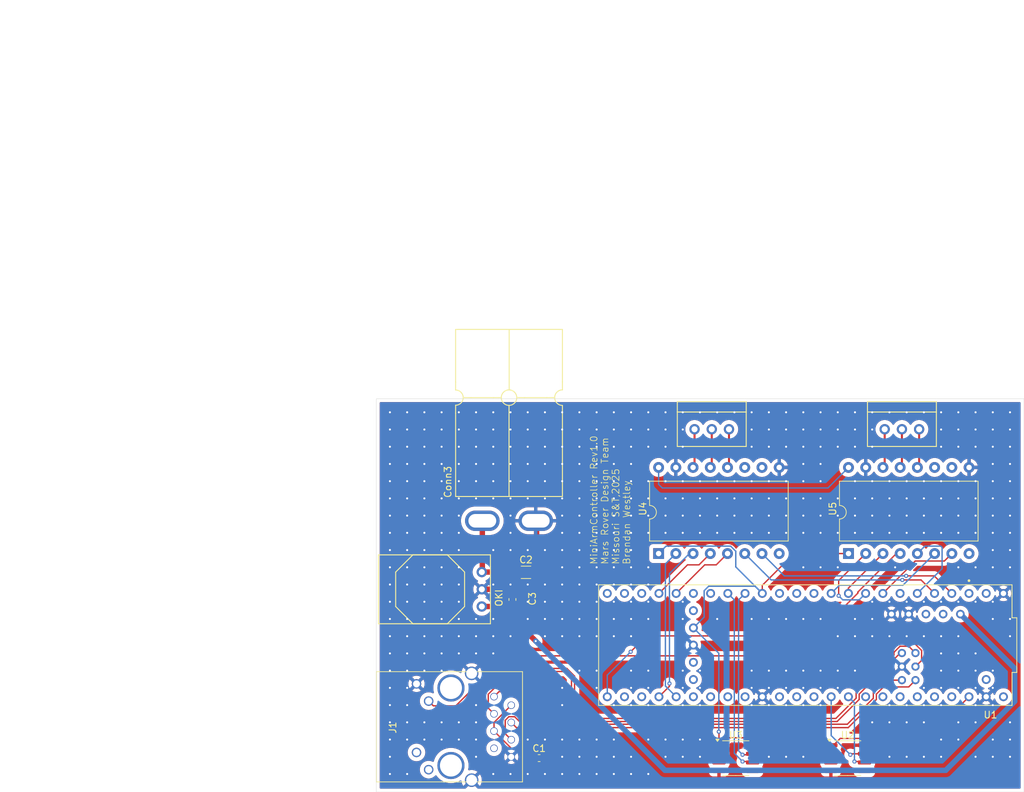
<source format=kicad_pcb>
(kicad_pcb (version 20240108) (generator "pcbnew") (generator_version "8.0")
  (layers (0 "F.Cu" signal) (31 "B.Cu" signal) (34 "B.Paste" user) (35 "F.Paste" user) (36 "B.SilkS" user "B.Silkscreen") (37 "F.SilkS" user "F.Silkscreen") (38 "B.Mask" user) (39 "F.Mask" user) (44 "Edge.Cuts" user))
  (net 0 "")
  (net 1 "GND")
  (net 2 "Net-(C1-Pad2)")
  (net 3 "PV")
  (net 4 "+5V")
  (net 5 "Net-(U5-U)")
  (net 6 "Net-(U5-W)")
  (net 7 "Net-(U5-V)")
  (net 8 "Net-(U4-V)")
  (net 9 "Net-(U4-U)")
  (net 10 "Net-(U4-W)")
  (net 11 "/R-")
  (net 12 "Net-(J1-Pad10)")
  (net 14 "/T-")
  (net 16 "/T+")
  (net 18 "/R+")
  (net 20 "WH2")
  (net 24 "UL1")
  (net 25 "+3V3")
  (net 30 "SDA2")
  (net 34 "VL1")
  (net 36 "VL2")
  (net 37 "WL1")
  (net 39 "SDA1")
  (net 41 "UH1")
  (net 45 "VH1")
  (net 49 "SCL1")
  (net 51 "UL2")
  (net 52 "UH2")
  (net 57 "WH1")
  (net 58 "VH2")
  (net 60 "SCL2")
  (net 64 "WL2")
  (net 74 "+7.5V")
  (footprint "MiniArmController:DIP-16_W12.7mm" (layer "F.Cu") (at 125.123 81.333 90)
    (property "Reference" "U5")
    (property "Value" "~")
  )
  (footprint "MRDT_Connectors:MOLEX_SL_03_Vertical" (layer "F.Cu") (at 130.46 63)
    (property "Reference" "Conn1" (hide yes))
    (property "Value" "Molex_SL_03")
  )
  (footprint "MRDT_Connectors:Square_Anderson_2_H_Side_By_Side_PV" (layer "F.Cu") (at 79.3 76.6246 -90)
    (property "Reference" "Conn3")
    (property "Value" "AndersonPP")
  )
  (footprint "Package_SO:SOIC-8_3.9x4.9mm_P1.27mm" (layer "F.Cu") (at 125 111.5)
    (property "Reference" "U2")
    (property "Value" "~")
  )
  (footprint "MRDT_Connectors:MOLEX_SL_03_Vertical" (layer "F.Cu") (at 102.42 63)
    (property "Reference" "Conn2" (hide yes))
    (property "Value" "Molex_SL_03")
  )
  (footprint "Capacitor_SMD:C_1206_3216Metric_Pad1.33x1.80mm_HandSolder" (layer "F.Cu") (at 77.563 84.1028)
    (property "Reference" "C2")
    (property "Value" "10uF")
  )
  (footprint "Package_SO:SOIC-8_3.9x4.9mm_P1.27mm" (layer "F.Cu") (at 108.5 111.5)
    (property "Reference" "U3")
    (property "Value" "~")
  )
  (footprint "Capacitor_SMD:C_0603_1608Metric_Pad1.08x0.95mm_HandSolder" (layer "F.Cu") (at 75.563 88.1028 90)
    (property "Reference" "C3")
    (property "Value" "10uF")
  )
  (footprint "MiniArmController:DIP-16_W12.7mm" (layer "F.Cu") (at 97.123 81.333 90)
    (property "Reference" "U4")
    (property "Value" "~")
  )
  (footprint "MRDT_Shields:Teensy_4_1" (layer "F.Cu") (at 118.76 94.83 180)
    (property "Reference" "U1")
    (property "Value" "Teensy4.1_DEV-16771")
  )
  (footprint "MRDT_Devices:OKI_Horizontal" (layer "F.Cu") (at 71.048 84.0628 -90)
    (property "Reference" "U6" (hide yes))
    (property "Value" "OKI")
  )
  (footprint "MRDT_Connectors:RJ45_Teensy" (layer "F.Cu") (at 53.5 107 -90)
    (property "Reference" "J1")
    (property "Value" "RJ45_LED_Shielded")
  )
  (footprint "Capacitor_SMD:C_0603_1608Metric_Pad1.08x0.95mm_HandSolder" (layer "F.Cu") (at 79.5 111.5)
    (property "Reference" "C1")
    (property "Value" "0.1uF")
  )
  (gr_rect (start 55.5 58.5) (end 151 116.5) (stroke (width 0.05)) (fill none) (layer "Edge.Cuts"))
  (gr_text "MiniArmController Rev1.0\nMars Rover Design Team\nMissouri S&T,2025\nBrendan Westley" (at 93 83 90) (layer "F.SilkS") (effects (font (size 1 1) (thickness 0.1)) (justify left bottom)))
  (segment (start 79.1255 76.6255) (end 79 76.5) (width 0.8) (layer "F.Cu") (net 1))
  (segment (start 74.938 86.6028) (end 75.563 87.2278) (width 0.8) (layer "F.Cu") (net 1))
  (segment (start 71.048 86.6028) (end 74.938 86.6028) (width 0.8) (layer "F.Cu") (net 1))
  (segment (start 79.1255 84.1028) (end 76.0005 87.2278) (width 0.8) (layer "F.Cu") (net 1))
  (segment (start 76.0005 87.2278) (end 75.5755 87.2278) (width 0.8) (layer "F.Cu") (net 1))
  (segment (start 79 83.9773) (end 79.1255 84.1028) (width 0.8) (layer "F.Cu") (net 1))
  (segment (start 79.1255 84.1028) (end 79.1255 76.6255) (width 0.8) (layer "F.Cu") (net 1))
  (via (at 133.7 60.5) (size 0.6) (drill 0.3) (layers "F.Cu" "B.Cu") (net 1))
  (via (at 98.14 103.68) (size 0.6) (drill 0.3) (layers "F.Cu" "B.Cu") (net 1))
  (via (at 67.66 70.66) (size 0.6) (drill 0.3) (layers "F.Cu" "B.Cu") (net 1))
  (via (at 57.5 113.84) (size 0.6) (drill 0.3) (layers "F.Cu" "B.Cu") (net 1))
  (via (at 72.74 63.04) (size 0.6) (drill 0.3) (layers "F.Cu" "B.Cu") (net 1))
  (via (at 77.82 80.82) (size 0.6) (drill 0.3) (layers "F.Cu" "B.Cu") (net 1))
  (via (at 115.92 60.5) (size 0.6) (drill 0.3) (layers "F.Cu" "B.Cu") (net 1))
  (via (at 133.7 111.3) (size 0.6) (drill 0.3) (layers "F.Cu" "B.Cu") (net 1))
  (via (at 141.32 63.04) (size 0.6) (drill 0.3) (layers "F.Cu" "B.Cu") (net 1))
  (via (at 67.66 78.28) (size 0.6) (drill 0.3) (layers "F.Cu" "B.Cu") (net 1))
  (via (at 57.5 96.06) (size 0.6) (drill 0.3) (layers "F.Cu" "B.Cu") (net 1))
  (via (at 57.5 60.5) (size 0.6) (drill 0.3) (layers "F.Cu" "B.Cu") (net 1))
  (via (at 72.74 90.98) (size 0.6) (drill 0.3) (layers "F.Cu" "B.Cu") (net 1))
  (via (at 65.12 83.36) (size 0.6) (drill 0.3) (layers "F.Cu" "B.Cu") (net 1))
  (via (at 146.4 63.04) (size 0.6) (drill 0.3) (layers "F.Cu" "B.Cu") (net 1))
  (via (at 146.4 60.5) (size 0.6) (drill 0.3) (layers "F.Cu" "B.Cu") (net 1))
  (via (at 98.14 63.04) (size 0.6) (drill 0.3) (layers "F.Cu" "B.Cu") (net 1))
  (via (at 123.54 101.14) (size 0.6) (drill 0.3) (layers "F.Cu" "B.Cu") (net 1))
  (via (at 123.54 60.5) (size 0.6) (drill 0.3) (layers "F.Cu" "B.Cu") (net 1))
  (via (at 118.46 60.5) (size 0.6) (drill 0.3) (layers "F.Cu" "B.Cu") (net 1))
  (via (at 146.4 80.82) (size 0.6) (drill 0.3) (layers "F.Cu" "B.Cu") (net 1))
  (via (at 146.4 73.2) (size 0.6) (drill 0.3) (layers "F.Cu" "B.Cu") (net 1))
  (via (at 146.4 78.28) (size 0.6) (drill 0.3) (layers "F.Cu" "B.Cu") (net 1))
  (via (at 136.24 103.68) (size 0.6) (drill 0.3) (layers "F.Cu" "B.Cu") (net 1))
  (via (at 115.92 73.2) (size 0.6) (drill 0.3) (layers "F.Cu" "B.Cu") (net 1))
  (via (at 115.92 90.98) (size 0.6) (drill 0.3) (layers "F.Cu" "B.Cu") (net 1))
  (via (at 87.98 73.2) (size 0.6) (drill 0.3) (layers "F.Cu" "B.Cu") (net 1))
  (via (at 70.2 63.04) (size 0.6) (drill 0.3) (layers "F.Cu" "B.Cu") (net 1))
  (via (at 126.08 90.98) (size 0.6) (drill 0.3) (layers "F.Cu" "B.Cu") (net 1))
  (via (at 77.82 65.58) (size 0.6) (drill 0.3) (layers "F.Cu" "B.Cu") (net 1))
  (via (at 70.2 103.68) (size 0.6) (drill 0.3) (layers "F.Cu" "B.Cu") (net 1))
  (via (at 123.54 78.28) (size 0.6) (drill 0.3) (layers "F.Cu" "B.Cu") (net 1))
  (via (at 128.62 60.5) (size 0.6) (drill 0.3) (layers "F.Cu" "B.Cu") (net 1))
  (via (at 87.98 65.58) (size 0.6) (drill 0.3) (layers "F.Cu" "B.Cu") (net 1))
  (via (at 148.94 78.28) (size 0.6) (drill 0.3) (layers "F.Cu" "B.Cu") (net 1))
  (via (at 90.52 93.52) (size 0.6) (drill 0.3) (layers "F.Cu" "B.Cu") (net 1))
  (via (at 138.78 93.52) (size 0.6) (drill 0.3) (layers "F.Cu" "B.Cu") (net 1))
  (via (at 100.68 60.5) (size 0.6) (drill 0.3) (layers "F.Cu" "B.Cu") (net 1))
  (via (at 105.76 73.2) (size 0.6) (drill 0.3) (layers "F.Cu" "B.Cu") (net 1))
  (via (at 110.84 60.5) (size 0.6) (drill 0.3) (layers "F.Cu" "B.Cu") (net 1))
  (via (at 60.04 98.6) (size 0.6) (drill 0.3) (layers "F.Cu" "B.Cu") (net 1))
  (via (at 123.54 75.74) (size 0.6) (drill 0.3) (layers "F.Cu" "B.Cu") (net 1))
  (via (at 57.5 103.68) (size 0.6) (drill 0.3) (layers "F.Cu" "B.Cu") (net 1))
  (via (at 93.06 70.66) (size 0.6) (drill 0.3) (layers "F.Cu" "B.Cu") (net 1))
  (via (at 82.9 93.52) (size 0.6) (drill 0.3) (layers "F.Cu" "B.Cu") (net 1))
  (via (at 70.2 90.98) (size 0.6) (drill 0.3) (layers "F.Cu" "B.Cu") (net 1))
  (via (at 126.08 63.04) (size 0.6) (drill 0.3) (layers "F.Cu" "B.Cu") (net 1))
  (via (at 75.28 65.58) (size 0.6) (drill 0.3) (layers "F.Cu" "B.Cu") (net 1))
  (via (at 118.46 98.6) (size 0.6) (drill 0.3) (layers "F.Cu" "B.Cu") (net 1))
  (via (at 146.4 83.36) (size 0.6) (drill 0.3) (layers "F.Cu" "B.Cu") (net 1))
  (via (at 65.12 70.66) (size 0.6) (drill 0.3) (layers "F.Cu" "B.Cu") (net 1))
  (via (at 65.12 68.12) (size 0.6) (drill 0.3) (layers "F.Cu" "B.Cu") (net 1))
  (via (at 90.52 80.82) (size 0.6) (drill 0.3) (layers "F.Cu" "B.Cu") (net 1))
  (via (at 87.98 80.82) (size 0.6) (drill 0.3) (layers "F.Cu" "B.Cu") (net 1))
  (via (at 93.06 80.82) (size 0.6) (drill 0.3) (layers "F.Cu" "B.Cu") (net 1))
  (via (at 148.94 106.22) (size 0.6) (drill 0.3) (layers "F.Cu" "B.Cu") (net 1))
  (via (at 82.9 111.3) (size 0.6) (drill 0.3) (layers "F.Cu" "B.Cu") (net 1))
  (via (at 95.6 113.84) (size 0.6) (drill 0.3) (layers "F.Cu" "B.Cu") (net 1))
  (via (at 80.36 88.44) (size 0.6) (drill 0.3) (layers "F.Cu" "B.Cu") (net 1))
  (via (at 67.66 68.12) (size 0.6) (drill 0.3) (layers "F.Cu" "B.Cu") (net 1))
  (via (at 148.94 70.66) (size 0.6) (drill 0.3) (layers "F.Cu" "B.Cu") (net 1))
  (via (at 143.86 101.14) (size 0.6) (drill 0.3) (layers "F.Cu" "B.Cu") (net 1))
  (via (at 113.38 111.3) (size 0.6) (drill 0.3) (layers "F.Cu" "B.Cu") (net 1))
  (via (at 148.94 65.58) (size 0.6) (drill 0.3) (layers "F.Cu" "B.Cu") (net 1))
  (via (at 60.04 93.52) (size 0.6) (drill 0.3) (layers "F.Cu" "B.Cu") (net 1))
  (via (at 80.36 90.98) (size 0.6) (drill 0.3) (layers "F.Cu" "B.Cu") (net 1))
  (via (at 121 60.5) (size 0.6) (drill 0.3) (layers "F.Cu" "B.Cu") (net 1))
  (via (at 57.5 68.12) (size 0.6) (drill 0.3) (layers "F.Cu" "B.Cu") (net 1))
  (via (at 65.12 93.52) (size 0.6) (drill 0.3) (layers "F.Cu" "B.Cu") (net 1))
  (via (at 72.74 70.66) (size 0.6) (drill 0.3) (layers "F.Cu" "B.Cu") (net 1))
  (via (at 57.5 111.3) (size 0.6) (drill 0.3) (layers "F.Cu" "B.Cu") (net 1))
  (via (at 72.74 73.2) (size 0.6) (drill 0.3) (layers "F.Cu" "B.Cu") (net 1))
  (via (at 95.6 85.9) (size 0.6) (drill 0.3) (layers "F.Cu" "B.Cu") (net 1))
  (via (at 85.44 108.76) (size 0.6) (drill 0.3) (layers "F.Cu" "B.Cu") (net 1))
  (via (at 141.32 60.5) (size 0.6) (drill 0.3) (layers "F.Cu" "B.Cu") (net 1))
  (via (at 146.4 103.68) (size 0.6) (drill 0.3) (layers "F.Cu" "B.Cu") (net 1))
  (via (at 118.46 103.68) (size 0.6) (drill 0.3) (layers "F.Cu" "B.Cu") (net 1))
  (via (at 90.52 85.9) (size 0.6) (drill 0.3) (layers "F.Cu" "B.Cu") (net 1))
  (via (at 126.08 75.74) (size 0.6) (drill 0.3) (layers "F.Cu" "B.Cu") (net 1))
  (via (at 100.68 103.68) (size 0.6) (drill 0.3) (layers "F.Cu" "B.Cu") (net 1))
  (via (at 87.98 113.84) (size 0.6) (drill 0.3) (layers "F.Cu" "B.Cu") (net 1))
  (via (at 113.38 75.74) (size 0.6) (drill 0.3) (layers "F.Cu" "B.Cu") (net 1))
  (via (at 118.46 111.3) (size 0.6) (drill 0.3) (layers "F.Cu" "B.Cu") (net 1))
  (via (at 87.98 90.98) (size 0.6) (drill 0.3) (layers "F.Cu" "B.Cu") (net 1))
  (via (at 118.46 68.12) (size 0.6) (drill 0.3) (layers "F.Cu" "B.Cu") (net 1))
  (via (at 82.9 70.66) (size 0.6) (drill 0.3) (layers "F.Cu" "B.Cu") (net 1))
  (via (at 141.32 83.36) (size 0.6) (drill 0.3) (layers "F.Cu" "B.Cu") (net 1))
  (via (at 105.76 78.28) (size 0.6) (drill 0.3) (layers "F.Cu" "B.Cu") (net 1))
  (via (at 70.2 108.76) (size 0.6) (drill 0.3) (layers "F.Cu" "B.Cu") (net 1))
  (via (at 85.44 63.04) (size 0.6) (drill 0.3) (layers "F.Cu" "B.Cu") (net 1))
  (via (at 115.92 65.58) (size 0.6) (drill 0.3) (layers "F.Cu" "B.Cu") (net 1))
  (via (at 95.6 60.5) (size 0.6) (drill 0.3) (layers "F.Cu" "B.Cu") (net 1))
  (via (at 67.66 63.04) (size 0.6) (drill 0.3) (layers "F.Cu" "B.Cu") (net 1))
  (via (at 77.82 113.84) (size 0.6) (drill 0.3) (layers "F.Cu" "B.Cu") (net 1))
  (via (at 82.9 65.58) (size 0.6) (drill 0.3) (layers "F.Cu" "B.Cu") (net 1))
  (via (at 62.58 70.66) (size 0.6) (drill 0.3) (layers "F.Cu" "B.Cu") (net 1))
  (via (at 65.12 106.22) (size 0.6) (drill 0.3) (layers "F.Cu" "B.Cu") (net 1))
  (via (at 143.86 106.22) (size 0.6) (drill 0.3) (layers "F.Cu" "B.Cu") (net 1))
  (via (at 93.06 111.3) (size 0.6) (drill 0.3) (layers "F.Cu" "B.Cu") (net 1))
  (via (at 82.9 75.74) (size 0.6) (drill 0.3) (layers "F.Cu" "B.Cu") (net 1))
  (via (at 67.66 93.52) (size 0.6) (drill 0.3) (layers "F.Cu" "B.Cu") (net 1))
  (via (at 60.04 80.82) (size 0.6) (drill 0.3) (layers "F.Cu" "B.Cu") (net 1))
  (via (at 95.6 108.76) (size 0.6) (drill 0.3) (layers "F.Cu" "B.Cu") (net 1))
  (via (at 67.66 106.22) (size 0.6) (drill 0.3) (layers "F.Cu" "B.Cu") (net 1))
  (via (at 110.84 101.14) (size 0.6) (drill 0.3) (layers "F.Cu" "B.Cu") (net 1))
  (via (at 72.74 68.12) (size 0.6) (drill 0.3) (layers "F.Cu" "B.Cu") (net 1))
  (via (at 148.94 90.98) (size 0.6) (drill 0.3) (layers "F.Cu" "B.Cu") (net 1))
  (via (at 82.9 78.28) (size 0.6) (drill 0.3) (layers "F.Cu" "B.Cu") (net 1))
  (via (at 128.62 73.2) (size 0.6) (drill 0.3) (layers "F.Cu" "B.Cu") (net 1))
  (via (at 143.86 83.36) (size 0.6) (drill 0.3) (layers "F.Cu" "B.Cu") (net 1))
  (via (at 108.3 78.28) (size 0.6) (drill 0.3) (layers "F.Cu" "B.Cu") (net 1))
  (via (at 136.24 101.14) (size 0.6) (drill 0.3) (layers "F.Cu" "B.Cu") (net 1))
  (via (at 126.08 98.6) (size 0.6) (drill 0.3) (layers "F.Cu" "B.Cu") (net 1))
  (via (at 146.4 98.6) (size 0.6) (drill 0.3) (layers "F.Cu" "B.Cu") (net 1))
  (via (at 113.38 101.14) (size 0.6) (drill 0.3) (layers "F.Cu" "B.Cu") (net 1))
  (via (at 67.66 83.36) (size 0.6) (drill 0.3) (layers "F.Cu" "B.Cu") (net 1))
  (via (at 57.5 78.28) (size 0.6) (drill 0.3) (layers "F.Cu" "B.Cu") (net 1))
  (via (at 87.98 101.14) (size 0.6) (drill 0.3) (layers "F.Cu" "B.Cu") (net 1))
  (via (at 100.68 98.6) (size 0.6) (drill 0.3) (layers "F.Cu" "B.Cu") (net 1))
  (via (at 80.36 63.04) (size 0.6) (drill 0.3) (layers "F.Cu" "B.Cu") (net 1))
  (via (at 87.98 111.3) (size 0.6) (drill 0.3) (layers "F.Cu" "B.Cu") (net 1))
  (via (at 128.62 88.44) (size 0.6) (drill 0.3) (layers "F.Cu" "B.Cu") (net 1))
  (via (at 82.9 108.76) (size 0.6) (drill 0.3) (layers "F.Cu" "B.Cu") (net 1))
  (via (at 95.6 65.58) (size 0.6) (drill 0.3) (layers "F.Cu" "B.Cu") (net 1))
  (via (at 113.38 103.68) (size 0.6) (drill 0.3) (layers "F.Cu" "B.Cu") (net 1))
  (via (at 148.94 108.76) (size 0.6) (drill 0.3) (layers "F.Cu" "B.Cu") (net 1))
  (via (at 121 78.28) (size 0.6) (drill 0.3) (layers "F.Cu" "B.Cu") (net 1))
  (via (at 90.52 78.28) (size 0.6) (drill 0.3) (layers "F.Cu" "B.Cu") (net 1))
  (via (at 98.14 73.2) (size 0.6) (drill 0.3) (layers "F.Cu" "B.Cu") (net 1))
  (via (at 110.84 103.68) (size 0.6) (drill 0.3) (layers "F.Cu" "B.Cu") (net 1))
  (via (at 113.38 78.28) (size 0.6) (drill 0.3) (layers "F.Cu" "B.Cu") (net 1))
  (via (at 103.22 108.76) (size 0.6) (drill 0.3) (layers "F.Cu" "B.Cu") (net 1))
  (via (at 131.16 93.52) (size 0.6) (drill 0.3) (layers "F.Cu" "B.Cu") (net 1))
  (via (at 110.84 98.6) (size 0.6) (drill 0.3) (layers "F.Cu" "B.Cu") (net 1))
  (via (at 87.98 83.36) (size 0.6) (drill 0.3) (layers "F.Cu" "B.Cu") (net 1))
  (via (at 128.62 90.98) (size 0.6) (drill 0.3) (layers "F.Cu" "B.Cu") (net 1))
  (via (at 60.04 90.98) (size 0.6) (drill 0.3) (layers "F.Cu" "B.Cu") (net 1))
  (via (at 118.46 90.98) (size 0.6) (drill 0.3) (layers "F.Cu" "B.Cu") (net 1))
  (via (at 62.58 98.6) (size 0.6) (drill 0.3) (layers "F.Cu" "B.Cu") (net 1))
  (via (at 136.24 70.66) (size 0.6) (drill 0.3) (layers "F.Cu" "B.Cu") (net 1))
  (via (at 105.76 70.66) (size 0.6) (drill 0.3) (layers "F.Cu" "B.Cu") (net 1))
  (via (at 77.82 73.2) (size 0.6) (drill 0.3) (layers "F.Cu" "B.Cu") (net 1))
  (via (at 110.84 65.58) (size 0.6) (drill 0.3) (layers "F.Cu" "B.Cu") (net 1))
  (via (at 98.14 65.58) (size 0.6) (drill 0.3) (layers "F.Cu" "B.Cu") (net 1))
  (via (at 82.9 63.04) (size 0.6) (drill 0.3) (layers "F.Cu" "B.Cu") (net 1))
  (via (at 126.08 73.2) (size 0.6) (drill 0.3) (layers "F.Cu" "B.Cu") (net 1))
  (via (at 105.76 60.5) (size 0.6) (drill 0.3) (layers "F.Cu" "B.Cu") (net 1))
  (via (at 143.86 98.6) (size 0.6) (drill 0.3) (layers "F.Cu" "B.Cu") (net 1))
  (via (at 126.08 60.5) (size 0.6) (drill 0.3) (layers "F.Cu" "B.Cu") (net 1))
  (via (at 80.36 85.9) (size 0.6) (drill 0.3) (layers "F.Cu" "B.Cu") (net 1))
  (via (at 82.9 103.68) (size 0.6) (drill 0.3) (layers "F.Cu" "B.Cu") (net 1))
  (via (at 77.82 108.76) (size 0.6) (drill 0.3) (layers "F.Cu" "B.Cu") (net 1))
  (via (at 113.38 70.66) (size 0.6) (drill 0.3) (layers "F.Cu" "B.Cu") (net 1))
  (via (at 100.68 63.04) (size 0.6) (drill 0.3) (layers "F.Cu" "B.Cu") (net 1))
  (via (at 100.68 101.14) (size 0.6) (drill 0.3) (layers "F.Cu" "B.Cu") (net 1))
  (via (at 90.52 60.5) (size 0.6) (drill 0.3) (layers "F.Cu" "B.Cu") (net 1))
  (via (at 70.2 93.52) (size 0.6) (drill 0.3) (layers "F.Cu" "B.Cu") (net 1))
  (via (at 148.94 111.3) (size 0.6) (drill 0.3) (layers "F.Cu" "B.Cu") (net 1))
  (via (at 67.66 80.82) (size 0.6) (drill 0.3) (layers "F.Cu" "B.Cu") (net 1))
  (via (at 118.46 83.36) (size 0.6) (drill 0.3) (layers "F.Cu" "B.Cu") (net 1))
  (via (at 141.32 101.14) (size 0.6) (drill 0.3) (layers "F.Cu" "B.Cu") (net 1))
  (via (at 62.58 78.28) (size 0.6) (drill 0.3) (layers "F.Cu" "B.Cu") (net 1))
  (via (at 93.06 83.36) (size 0.6) (drill 0.3) (layers "F.Cu" "B.Cu") (net 1))
  (via (at 143.86 65.58) (size 0.6) (drill 0.3) (layers "F.Cu" "B.Cu") (net 1))
  (via (at 100.68 75.74) (size 0.6) (drill 0.3) (layers "F.Cu" "B.Cu") (net 1))
  (via (at 138.78 60.5) (size 0.6) (drill 0.3) (layers "F.Cu" "B.Cu") (net 1))
  (via (at 65.12 80.82) (size 0.6) (drill 0.3) (layers "F.Cu" "B.Cu") (net 1))
  (via (at 72.74 65.58) (size 0.6) (drill 0.3) (layers "F.Cu" "B.Cu") (net 1))
  (via (at 70.2 73.2) (size 0.6) (drill 0.3) (layers "F.Cu" "B.Cu") (net 1))
  (via (at 93.06 101.14) (size 0.6) (drill 0.3) (layers "F.Cu" "B.Cu") (net 1))
  (via (at 103.22 73.2) (size 0.6) (drill 0.3) (layers "F.Cu" "B.Cu") (net 1))
  (via (at 133.7 75.74) (size 0.6) (drill 0.3) (layers "F.Cu" "B.Cu") (net 1))
  (via (at 141.32 75.74) (size 0.6) (drill 0.3) (layers "F.Cu" "B.Cu") (net 1))
  (via (at 95.6 83.36) (size 0.6) (drill 0.3) (layers "F.Cu" "B.Cu") (net 1))
  (via (at 90.52 111.3) (size 0.6) (drill 0.3) (layers "F.Cu" "B.Cu") (net 1))
  (via (at 67.66 65.58) (size 0.6) (drill 0.3) (layers "F.Cu" "B.Cu") (net 1))
  (via (at 126.08 93.52) (size 0.6) (drill 0.3) (layers "F.Cu" "B.Cu") (net 1))
  (via (at 72.74 60.5) (size 0.6) (drill 0.3) (layers "F.Cu" "B.Cu") (net 1))
  (via (at 87.98 98.6) (size 0.6) (drill 0.3) (layers "F.Cu" "B.Cu") (net 1))
  (via (at 93.06 73.2) (size 0.6) (drill 0.3) (layers "F.Cu" "B.Cu") (net 1))
  (via (at 85.44 90.98) (size 0.6) (drill 0.3) (layers "F.Cu" "B.Cu") (net 1))
  (via (at 62.58 96.06) (size 0.6) (drill 0.3) (layers "F.Cu" "B.Cu") (net 1))
  (via (at 143.86 70.66) (size 0.6) (drill 0.3) (layers "F.Cu" "B.Cu") (net 1))
  (via (at 146.4 88.44) (size 0.6) (drill 0.3) (layers "F.Cu" "B.Cu") (net 1))
  (via (at 93.06 90.98) (size 0.6) (drill 0.3) (layers "F.Cu" "B.Cu") (net 1))
  (via (at 65.12 85.9) (size 0.6) (drill 0.3) (layers "F.Cu" "B.Cu") (net 1))
  (via (at 121 65.58) (size 0.6) (drill 0.3) (layers "F.Cu" "B.Cu") (net 1))
  (via (at 118.46 65.58) (size 0.6) (drill 0.3) (layers "F.Cu" "B.Cu") (net 1))
  (via (at 148.94 75.74) (size 0.6) (drill 0.3) (layers "F.Cu" "B.Cu") (net 1))
  (via (at 103.22 60.5) (size 0.6) (drill 0.3) (layers "F.Cu" "B.Cu") (net 1))
  (via (at 80.36 80.82) (size 0.6) (drill 0.3) (layers "F.Cu" "B.Cu") (net 1))
  (via (at 62.58 80.82) (size 0.6) (drill 0.3) (layers "F.Cu" "B.Cu") (net 1))
  (via (at 113.38 90.98) (size 0.6) (drill 0.3) (layers "F.Cu" "B.Cu") (net 1))
  (via (at 103.22 70.66) (size 0.6) (drill 0.3) (layers "F.Cu" "B.Cu") (net 1))
  (via (at 146.4 70.66) (size 0.6) (drill 0.3) (layers "F.Cu" "B.Cu") (net 1))
  (via (at 100.68 111.3) (size 0.6) (drill 0.3) (layers "F.Cu" "B.Cu") (net 1))
  (via (at 118.46 78.28) (size 0.6) (drill 0.3) (layers "F.Cu" "B.Cu") (net 1))
  (via (at 95.6 90.98) (size 0.6) (drill 0.3) (layers "F.Cu" "B.Cu") (net 1))
  (via (at 141.32 70.66) (size 0.6) (drill 0.3) (layers "F.Cu" "B.Cu") (net 1))
  (via (at 70.2 65.58) (size 0.6) (drill 0.3) (layers "F.Cu" "B.Cu") (net 1))
  (via (at 95.6 70.66) (size 0.6) (drill 0.3) (layers "F.Cu" "B.Cu") (net 1))
  (via (at 136.24 60.5) (size 0.6) (drill 0.3) (layers "F.Cu" "B.Cu") (net 1))
  (via (at 103.22 111.3) (size 0.6) (drill 0.3) (layers "F.Cu" "B.Cu") (net 1))
  (via (at 75.28 73.2) (size 0.6) (drill 0.3) (layers "F.Cu" "B.Cu") (net 1))
  (via (at 65.12 88.44) (size 0.6) (drill 0.3) (layers "F.Cu" "B.Cu") (net 1))
  (via (at 148.94 83.36) (size 0.6) (drill 0.3) (layers "F.Cu" "B.Cu") (net 1))
  (via (at 65.12 108.76) (size 0.6) (drill 0.3) (layers "F.Cu" "B.Cu") (net 1))
  (via (at 138.78 108.76) (size 0.6) (drill 0.3) (layers "F.Cu" "B.Cu") (net 1))
  (via (at 100.68 88.44) (size 0.6) (drill 0.3) (layers "F.Cu" "B.Cu") (net 1))
  (via (at 143.86 88.44) (size 0.6) (drill 0.3) (layers "F.Cu" "B.Cu") (net 1))
  (via (at 87.98 93.52) (size 0.6) (drill 0.3) (layers "F.Cu" "B.Cu") (net 1))
  (via (at 123.54 63.04) (size 0.6) (drill 0.3) (layers "F.Cu" "B.Cu") (net 1))
  (via (at 105.76 75.74) (size 0.6) (drill 0.3) (layers "F.Cu" "B.Cu") (net 1))
  (via (at 131.16 60.5) (size 0.6) (drill 0.3) (layers "F.Cu" "B.Cu") (net 1))
  (via (at 62.58 60.5) (size 0.6) (drill 0.3) (layers "F.Cu" "B.Cu") (net 1))
  (via (at 113.38 65.58) (size 0.6) (drill 0.3) (layers "F.Cu" "B.Cu") (net 1))
  (via (at 131.16 111.3) (size 0.6) (drill 0.3) (layers "F.Cu" "B.Cu") (net 1))
  (via (at 148.94 60.5) (size 0.6) (drill 0.3) (layers "F.Cu" "B.Cu") (net 1))
  (via (at 57.5 108.76) (size 0.6) (drill 0.3) (layers "F.Cu" "B.Cu") (net 1))
  (via (at 60.04 101.14) (size 0.6) (drill 0.3) (layers "F.Cu" "B.Cu") (net 1))
  (via (at 115.92 111.3) (size 0.6) (drill 0.3) (layers "F.Cu" "B.Cu") (net 1))
  (via (at 60.04 108.76) (size 0.6) (drill 0.3) (layers "F.Cu" "B.Cu") (net 1))
  (via (at 108.3 73.2) (size 0.6) (drill 0.3) (layers "F.Cu" "B.Cu") (net 1))
  (via (at 131.16 103.68) (size 0.6) (drill 0.3) (layers "F.Cu" "B.Cu") (net 1))
  (via (at 118.46 75.74) (size 0.6) (drill 0.3) (layers "F.Cu" "B.Cu") (net 1))
  (via (at 72.74 113.84) (size 0.6) (drill 0.3) (layers "F.Cu" "B.Cu") (net 1))
  (via (at 93.06 78.28) (size 0.6) (drill 0.3) (layers "F.Cu" "B.Cu") (net 1))
  (via (at 72.74 93.52) (size 0.6) (drill 0.3) (layers "F.Cu" "B.Cu") (net 1))
  (via (at 57.5 93.52) (size 0.6) (drill 0.3) (layers "F.Cu" "B.Cu") (net 1))
  (via (at 100.68 78.28) (size 0.6) (drill 0.3) (layers "F.Cu" "B.Cu") (net 1))
  (via (at 57.5 90.98) (size 0.6) (drill 0.3) (layers "F.Cu" "B.Cu") (net 1))
  (via (at 72.74 85.9) (size 0.6) (drill 0.3) (layers "F.Cu" "B.Cu") (net 1))
  (via (at 67.66 60.5) (size 0.6) (drill 0.3) (layers "F.Cu" "B.Cu") (net 1))
  (via (at 72.74 80.82) (size 0.6) (drill 0.3) (layers "F.Cu" "B.Cu") (net 1))
  (via (at 82.9 80.82) (size 0.6) (drill 0.3) (layers "F.Cu" "B.Cu") (net 1))
  (via (at 70.2 70.66) (size 0.6) (drill 0.3) (layers "F.Cu" "B.Cu") (net 1))
  (via (at 57.5 101.14) (size 0.6) (drill 0.3) (layers "F.Cu" "B.Cu") (net 1))
  (via (at 121 70.66) (size 0.6) (drill 0.3) (layers "F.Cu" "B.Cu") (net 1))
  (via (at 75.28 68.12) (size 0.6) (drill 0.3) (layers "F.Cu" "B.Cu") (net 1))
  (via (at 141.32 93.52) (size 0.6) (drill 0.3) (layers "F.Cu" "B.Cu") (net 1))
  (via (at 138.78 98.6) (size 0.6) (drill 0.3) (layers "F.Cu" "B.Cu") (net 1))
  (via (at 98.14 70.66) (size 0.6) (drill 0.3) (layers "F.Cu" "B.Cu") (net 1))
  (via (at 126.08 65.58) (size 0.6) (drill 0.3) (layers "F.Cu" "B.Cu") (net 1))
  (via (at 103.22 101.14) (size 0.6) (drill 0.3) (layers "F.Cu" "B.Cu") (net 1))
  (via (at 123.54 83.36) (size 0.6) (drill 0.3) (layers "F.Cu" "B.Cu") (net 1))
  (via (at 75.28 113.84) (size 0.6) (drill 0.3) (layers "F.Cu" "B.Cu") (net 1))
  (via (at 123.54 93.52) (size 0.6) (drill 0.3) (layers "F.Cu" "B.Cu") (net 1))
  (via (at 57.5 88.44) (size 0.6) (drill 0.3) (layers "F.Cu" "B.Cu") (net 1))
  (via (at 95.6 88.44) (size 0.6) (drill 0.3) (layers "F.Cu" "B.Cu") (net 1))
  (via (at 98.14 75.74) (size 0.6) (drill 0.3) (layers "F.Cu" "B.Cu") (net 1))
  (via (at 93.06 65.58) (size 0.6) (drill 0.3) (layers "F.Cu" "B.Cu") (net 1))
  (via (at 118.46 70.66) (size 0.6) (drill 0.3) (layers "F.Cu" "B.Cu") (net 1))
  (via (at 90.52 83.36) (size 0.6) (drill 0.3) (layers "F.Cu" "B.Cu") (net 1))
  (via (at 67.66 85.9) (size 0.6) (drill 0.3) (layers "F.Cu" "B.Cu") (net 1))
  (via (at 146.4 111.3) (size 0.6) (drill 0.3) (layers "F.Cu" "B.Cu") (net 1))
  (via (at 60.04 78.28) (size 0.6) (drill 0.3) (layers "F.Cu" "B.Cu") (net 1))
  (via (at 57.5 83.36) (size 0.6) (drill 0.3) (layers "F.Cu" "B.Cu") (net 1))
  (via (at 110.84 70.66) (size 0.6) (drill 0.3) (layers "F.Cu" "B.Cu") (net 1))
  (via (at 85.44 85.9) (size 0.6) (drill 0.3) (layers "F.Cu" "B.Cu") (net 1))
  (via (at 132 83.36) (size 0.6) (drill 0.3) (layers "F.Cu" "B.Cu") (net 1))
  (via (at 100.68 70.66) (size 0.6) (drill 0.3) (layers "F.Cu" "B.Cu") (net 1))
  (via (at 133.7 78.28) (size 0.6) (drill 0.3) (layers "F.Cu" "B.Cu") (net 1))
  (via (at 103.22 75.74) (size 0.6) (drill 0.3) (layers "F.Cu" "B.Cu") (net 1))
  (via (at 121 68.12) (size 0.6) (drill 0.3) (layers "F.Cu" "B.Cu") (net 1))
  (via (at 57.5 70.66) (size 0.6) (drill 0.3) (layers "F.Cu" "B.Cu") (net 1))
  (via (at 98.14 108.76) (size 0.6) (drill 0.3) (layers "F.Cu" "B.Cu") (net 1))
  (via (at 118.46 63.04) (size 0.6) (drill 0.3) (layers "F.Cu" "B.Cu") (net 1))
  (via (at 141.32 88.44) (size 0.6) (drill 0.3) (layers "F.Cu" "B.Cu") (net 1))
  (via (at 80.36 108.76) (size 0.6) (drill 0.3) (layers "F.Cu" "B.Cu") (net 1))
  (via (at 121 73.2) (size 0.6) (drill 0.3) (layers "F.Cu" "B.Cu") (net 1))
  (via (at 62.58 68.12) (size 0.6) (drill 0.3) (layers "F.Cu" "B.Cu") (net 1))
  (via (at 62.58 90.98) (size 0.6) (drill 0.3) (layers "F.Cu" "B.Cu") (net 1))
  (via (at 87.98 70.66) (size 0.6) (drill 0.3) (layers "F.Cu" "B.Cu") (net 1))
  (via (at 93.06 103.68) (size 0.6) (drill 0.3) (layers "F.Cu" "B.Cu") (net 1))
  (via (at 143.86 111.3) (size 0.6) (drill 0.3) (layers "F.Cu" "B.Cu") (net 1))
  (via (at 90.52 103.68) (size 0.6) (drill 0.3) (layers "F.Cu" "B.Cu") (net 1))
  (via (at 115.92 101.14) (size 0.6) (drill 0.3) (layers "F.Cu" "B.Cu") (net 1))
  (via (at 146.4 90.98) (size 0.6) (drill 0.3) (layers "F.Cu" "B.Cu") (net 1))
  (via (at 82.9 73.2) (size 0.6) (drill 0.3) (layers "F.Cu" "B.Cu") (net 1))
  (via (at 67.66 88.44) (size 0.6) (drill 0.3) (layers "F.Cu" "B.Cu") (net 1))
  (via (at 80.36 73.2) (size 0.6) (drill 0.3) (layers "F.Cu" "B.Cu") (net 1))
  (via (at 148.94 63.04) (size 0.6) (drill 0.3) (layers "F.Cu" "B.Cu") (net 1))
  (via (at 105.76 90.98) (size 0.6) (drill 0.3) (layers "F.Cu" "B.Cu") (net 1))
  (via (at 93.06 85.9) (size 0.6) (drill 0.3) (layers "F.Cu" "B.Cu") (net 1))
  (via (at 62.58 65.58) (size 0.6) (drill 0.3) (layers "F.Cu" "B.Cu") (net 1))
  (via (at 90.52 63.04) (size 0.6) (drill 0.3) (layers "F.Cu" "B.Cu") (net 1))
  (via (at 110.84 90.98) (size 0.6) (drill 0.3) (layers "F.Cu" "B.Cu") (net 1))
  (via (at 70.2 96.06) (size 0.6) (drill 0.3) (layers "F.Cu" "B.Cu") (net 1))
  (via (at 113.38 60.5) (size 0.6) (drill 0.3) (layers "F.Cu" "B.Cu") (net 1))
  (via (at 121 98.6) (size 0.6) (drill 0.3) (layers "F.Cu" "B.Cu") (net 1))
  (via (at 80.36 70.66) (size 0.6) (drill 0.3) (layers "F.Cu" "B.Cu") (net 1))
  (via (at 146.4 101.14) (size 0.6) (drill 0.3) (layers "F.Cu" "B.Cu") (net 1))
  (via (at 108.3 75.74) (size 0.6) (drill 0.3) (layers "F.Cu" "B.Cu") (net 1))
  (via (at 82.9 113.84) (size 0.6) (drill 0.3) (layers "F.Cu" "B.Cu") (net 1))
  (via (at 85.44 111.3) (size 0.6) (drill 0.3) (layers "F.Cu" "B.Cu") (net 1))
  (via (at 65.12 78.28) (size 0.6) (drill 0.3) (layers "F.Cu" "B.Cu") (net 1))
  (via (at 75.28 63.04) (size 0.6) (drill 0.3) (layers "F.Cu" "B.Cu") (net 1))
  (via (at 90.52 68.12) (size 0.6) (drill 0.3) (layers "F.Cu" "B.Cu") (net 1))
  (via (at 128.62 63.04) (size 0.6) (drill 0.3) (layers "F.Cu" "B.Cu") (net 1))
  (via (at 75.28 70.66) (size 0.6) (drill 0.3) (layers "F.Cu" "B.Cu") (net 1))
  (via (at 95.6 78.28) (size 0.6) (drill 0.3) (layers "F.Cu" "B.Cu") (net 1))
  (via (at 90.52 88.44) (size 0.6) (drill 0.3) (layers "F.Cu" "B.Cu") (net 1))
  (via (at 62.58 93.52) (size 0.6) (drill 0.3) (layers "F.Cu" "B.Cu") (net 1))
  (via (at 143.86 103.68) (size 0.6) (drill 0.3) (layers "F.Cu" "B.Cu") (net 1))
  (via (at 93.06 60.5) (size 0.6) (drill 0.3) (layers "F.Cu" "B.Cu") (net 1))
  (via (at 110.84 63.04) (size 0.6) (drill 0.3) (layers "F.Cu" "B.Cu") (net 1))
  (via (at 126.08 70.66) (size 0.6) (drill 0.3) (layers "F.Cu" "B.Cu") (net 1))
  (via (at 75.28 60.5) (size 0.6) (drill 0.3) (layers "F.Cu" "B.Cu") (net 1))
  (via (at 123.54 98.6) (size 0.6) (drill 0.3) (layers "F.Cu" "B.Cu") (net 1))
  (via (at 60.04 75.74) (size 0.6) (drill 0.3) (layers "F.Cu" "B.Cu") (net 1))
  (via (at 131.16 70.66) (size 0.6) (drill 0.3) (layers "F.Cu" "B.Cu") (net 1))
  (via (at 148.94 73.2) (size 0.6) (drill 0.3) (layers "F.Cu" "B.Cu") (net 1))
  (via (at 77.82 68.12) (size 0.6) (drill 0.3) (layers "F.Cu" "B.Cu") (net 1))
  (via (at 62.58 106.22) (size 0.6) (drill 0.3) (layers "F.Cu" "B.Cu") (net 1))
  (via (at 113.38 73.2) (size 0.6) (drill 0.3) (layers "F.Cu" "B.Cu") (net 1))
  (via (at 95.6 103.68) (size 0.6) (drill 0.3) (layers "F.Cu" "B.Cu") (net 1))
  (via (at 143.86 96.06) (size 0.6) (drill 0.3) (layers "F.Cu" "B.Cu") (net 1))
  (via (at 57.5 63.04) (size 0.6) (drill 0.3) (layers "F.Cu" "B.Cu") (net 1))
  (via (at 67.66 75.74) (size 0.6) (drill 0.3) (layers "F.Cu" "B.Cu") (net 1))
  (via (at 62.58 83.36) (size 0.6) (drill 0.3) (layers "F.Cu" "B.Cu") (net 1))
  (via (at 128.62 75.74) (size 0.6) (drill 0.3) (layers "F.Cu" "B.Cu") (net 1))
  (via (at 93.06 98.6) (size 0.6) (drill 0.3) (layers "F.Cu" "B.Cu") (net 1))
  (via (at 121 101.14) (size 0.6) (drill 0.3) (layers "F.Cu" "B.Cu") (net 1))
  (via (at 133.7 93.52) (size 0.6) (drill 0.3) (layers "F.Cu" "B.Cu") (net 1))
  (via (at 108.3 60.5) (size 0.6) (drill 0.3) (layers "F.Cu" "B.Cu") (net 1))
  (via (at 98.14 60.5) (size 0.6) (drill 0.3) (layers "F.Cu" "B.Cu") (net 1))
  (via (at 85.44 113.84) (size 0.6) (drill 0.3) (layers "F.Cu" "B.Cu") (net 1))
  (via (at 80.36 68.12) (size 0.6) (drill 0.3) (layers "F.Cu" "B.Cu") (net 1))
  (via (at 82.9 68.12) (size 0.6) (drill 0.3) (layers "F.Cu" "B.Cu") (net 1))
  (via (at 80.36 65.58) (size 0.6) (drill 0.3) (layers "F.Cu" "B.Cu") (net 1))
  (via (at 60.04 103.68) (size 0.6) (drill 0.3) (layers "F.Cu" "B.Cu") (net 1))
  (via (at 143.86 73.2) (size 0.6) (drill 0.3) (layers "F.Cu" "B.Cu") (net 1))
  (via (at 148.94 68.12) (size 0.6) (drill 0.3) (layers "F.Cu" "B.Cu") (net 1))
  (via (at 77.82 70.66) (size 0.6) (drill 0.3) (layers "F.Cu" "B.Cu") (net 1))
  (via (at 100.68 90.98) (size 0.6) (drill 0.3) (layers "F.Cu" "B.Cu") (net 1))
  (via (at 115.92 103.68) (size 0.6) (drill 0.3) (layers "F.Cu" "B.Cu") (net 1))
  (via (at 87.98 108.76) (size 0.6) (drill 0.3) (layers "F.Cu" "B.Cu") (net 1))
  (via (at 57.5 75.74) (size 0.6) (drill 0.3) (layers "F.Cu" "B.Cu") (net 1))
  (via (at 77.82 88.44) (size 0.6) (drill 0.3) (layers "F.Cu" "B.Cu") (net 1))
  (via (at 138.78 96.06) (size 0.6) (drill 0.3) (layers "F.Cu" "B.Cu") (net 1))
  (via (at 126.08 78.28) (size 0.6) (drill 0.3) (layers "F.Cu" "B.Cu") (net 1))
  (via (at 138.78 73.2) (size 0.6) (drill 0.3) (layers "F.Cu" "B.Cu") (net 1))
  (via (at 87.98 88.44) (size 0.6) (drill 0.3) (layers "F.Cu" "B.Cu") (net 1))
  (via (at 62.58 88.44) (size 0.6) (drill 0.3) (layers "F.Cu" "B.Cu") (net 1))
  (via (at 85.44 68.12) (size 0.6) (drill 0.3) (layers "F.Cu" "B.Cu") (net 1))
  (via (at 141.32 65.58) (size 0.6) (drill 0.3) (layers "F.Cu" "B.Cu") (net 1))
  (via (at 85.44 78.28) (size 0.6) (drill 0.3) (layers "F.Cu" "B.Cu") (net 1))
  (via (at 133.7 88.44) (size 0.6) (drill 0.3) (layers "F.Cu" "B.Cu") (net 1))
  (via (at 138.78 101.14) (size 0.6) (drill 0.3) (layers "F.Cu" "B.Cu") (net 1))
  (via (at 115.92 63.04) (size 0.6) (drill 0.3) (layers "F.Cu" "B.Cu") (net 1))
  (via (at 138.78 65.58) (size 0.6) (drill 0.3) (layers "F.Cu" "B.Cu") (net 1))
  (via (at 128.62 65.58) (size 0.6) (drill 0.3) (layers "F.Cu" "B.Cu") (net 1))
  (via (at 60.04 88.44) (size 0.6) (drill 0.3) (layers "F.Cu" "B.Cu") (net 1))
  (via (at 57.5 73.2) (size 0.6) (drill 0.3) (layers "F.Cu" "B.Cu") (net 1))
  (via (at 80.36 60.5) (size 0.6) (drill 0.3) (layers "F.Cu" "B.Cu") (net 1))
  (via (at 60.04 96.06) (size 0.6) (drill 0.3) (layers "F.Cu" "B.Cu") (net 1))
  (via (at 118.46 101.14) (size 0.6) (drill 0.3) (layers "F.Cu" "B.Cu") (net 1))
  (via (at 115.92 75.74) (size 0.6) (drill 0.3) (layers "F.Cu" "B.Cu") (net 1))
  (via (at 57.5 106.22) (size 0.6) (drill 0.3) (layers "F.Cu" "B.Cu") (net 1))
  (via (at 85.44 98.6) (size 0.6) (drill 0.3) (layers "F.Cu" "B.Cu") (net 1))
  (via (at 90.52 70.66) (size 0.6) (drill 0.3) (layers "F.Cu" "B.Cu") (net 1))
  (via (at 138.78 88.44) (size 0.6) (drill 0.3) (layers "F.Cu" "B.Cu") (net 1))
  (via (at 70.2 60.5) (size 0.6) (drill 0.3) (layers "F.Cu" "B.Cu") (net 1))
  (via (at 95.6 75.74) (size 0.6) (drill 0.3) (layers "F.Cu" "B.Cu") (net 1))
  (via (at 77.82 63.04) (size 0.6) (drill 0.3) (layers "F.Cu" "B.Cu") (net 1))
  (via (at 75.28 78.28) (size 0.6) (drill 0.3) (layers "F.Cu" "B.Cu") (net 1))
  (via (at 60.04 63.04) (size 0.6) (drill 0.3) (layers "F.Cu" "B.Cu") (net 1))
  (via (at 70.2 68.12) (size 0.6) (drill 0.3) (layers "F.Cu" "B.Cu") (net 1))
  (via (at 85.44 70.66) (size 0.6) (drill 0.3) (layers "F.Cu" "B.Cu") (net 1))
  (via (at 148.94 93.52) (size 0.6) (drill 0.3) (layers "F.Cu" "B.Cu") (net 1))
  (via (at 60.04 60.5) (size 0.6) (drill 0.3) (layers "F.Cu" "B.Cu") (net 1))
  (via (at 136.24 73.2) (size 0.6) (drill 0.3) (layers "F.Cu" "B.Cu") (net 1))
  (via (at 98.14 111.3) (size 0.6) (drill 0.3) (layers "F.Cu" "B.Cu") (net 1))
  (via (at 75.28 75.74) (size 0.6) (drill 0.3) (layers "F.Cu" "B.Cu") (net 1))
  (via (at 128.62 93.52) (size 0.6) (drill 0.3) (layers "F.Cu" "B.Cu") (net 1))
  (via (at 143.86 78.28) (size 0.6) (drill 0.3) (layers "F.Cu" "B.Cu") (net 1))
  (via (at 75.28 80.82) (size 0.6) (drill 0.3) (layers "F.Cu" "B.Cu") (net 1))
  (via (at 138.78 78.28) (size 0.6) (drill 0.3) (layers "F.Cu" "B.Cu") (net 1))
  (via (at 80.36 93.52) (size 0.6) (drill 0.3) (layers "F.Cu" "B.Cu") (net 1))
  (via (at 65.12 63.04) (size 0.6) (drill 0.3) (layers "F.Cu" "B.Cu") (net 1))
  (via (at 123.54 65.58) (size 0.6) (drill 0.3) (layers "F.Cu" "B.Cu") (net 1))
  (via (at 146.4 65.58) (size 0.6) (drill 0.3) (layers "F.Cu" "B.Cu") (net 1))
  (via (at 57.5 98.6) (size 0.6) (drill 0.3) (layers "F.Cu" "B.Cu") (net 1))
  (via (at 67.66 108.76) (size 0.6) (drill 0.3) (layers "F.Cu" "B.Cu") (net 1))
  (via (at 128.62 78.28) (size 0.6) (drill 0.3) (layers "F.Cu" "B.Cu") (net 1))
  (via (at 67.66 73.2) (size 0.6) (drill 0.3) (layers "F.Cu" "B.Cu") (net 1))
  (via (at 93.06 63.04) (size 0.6) (drill 0.3) (layers "F.Cu" "B.Cu") (net 1))
  (via (at 87.98 60.5) (size 0.6) (drill 0.3) (layers "F.Cu" "B.Cu") (net 1))
  (via (at 138.78 111.3) (size 0.6) (drill 0.3) (layers "F.Cu" "B.Cu") (net 1))
  (via (at 121 63.04) (size 0.6) (drill 0.3) (layers "F.Cu" "B.Cu") (net 1))
  (via (at 118.46 73.2) (size 0.6) (drill 0.3) (layers "F.Cu" "B.Cu") (net 1))
  (via (at 62.58 108.76) (size 0.6) (drill 0.3) (layers "F.Cu" "B.Cu") (net 1))
  (via (at 131.16 73.2) (size 0.6) (drill 0.3) (layers "F.Cu" "B.Cu") (net 1))
  (via (at 93.06 75.74) (size 0.6) (drill 0.3) (layers "F.Cu" "B.Cu") (net 1))
  (via (at 115.92 98.6) (size 0.6) (drill 0.3) (layers "F.Cu" "B.Cu") (net 1))
  (via (at 148.94 80.82) (size 0.6) (drill 0.3) (layers "F.Cu" "B.Cu") (net 1))
  (via (at 65.12 90.98) (size 0.6) (drill 0.3) (layers "F.Cu" "B.Cu") (net 1))
  (via (at 131.16 78.28) (size 0.6) (drill 0.3) (layers "F.Cu" "B.Cu") (net 1))
  (via (at 70.2 106.22) (size 0.6) (drill 0.3) (layers "F.Cu" "B.Cu") (net 1))
  (via (at 133.7 70.66) (size 0.6) (drill 0.3) (layers "F.Cu" "B.Cu") (net 1))
  (via (at 95.6 63.04) (size 0.6) (drill 0.3) (layers "F.Cu" "B.Cu") (net 1))
  (via (at 138.78 75.74) (size 0.6) (drill 0.3) (layers "F.Cu" "B.Cu") (net 1))
  (via (at 62.58 63.04) (size 0.6) (drill 0.3) (layers "F.Cu" "B.Cu") (net 1))
  (via (at 133.7 106.22) (size 0.6) (drill 0.3) (layers "F.Cu" "B.Cu") (net 1))
  (via (at 90.52 75.74) (size 0.6) (drill 0.3) (layers "F.Cu" "B.Cu") (net 1))
  (via (at 60.04 83.36) (size 0.6) (drill 0.3) (layers "F.Cu" "B.Cu") (net 1))
  (via (at 65.12 60.5) (size 0.6) (drill 0.3) (layers "F.Cu" "B.Cu") (net 1))
  (via (at 60.04 70.66) (size 0.6) (drill 0.3) (layers "F.Cu" "B.Cu") (net 1))
  (via (at 93.06 113.84) (size 0.6) (drill 0.3) (layers "F.Cu" "B.Cu") (net 1))
  (via (at 90.52 65.58) (size 0.6) (drill 0.3) (layers "F.Cu" "B.Cu") (net 1))
  (via (at 100.68 108.76) (size 0.6) (drill 0.3) (layers "F.Cu" "B.Cu") (net 1))
  (via (at 93.06 68.12) (size 0.6) (drill 0.3) (layers "F.Cu" "B.Cu") (net 1))
  (via (at 138.78 63.04) (size 0.6) (drill 0.3) (layers "F.Cu" "B.Cu") (net 1))
  (via (at 131.16 88.44) (size 0.6) (drill 0.3) (layers "F.Cu" "B.Cu") (net 1))
  (via (at 141.32 78.28) (size 0.6) (drill 0.3) (layers "F.Cu" "B.Cu") (net 1))
  (via (at 136.24 88.44) (size 0.6) (drill 0.3) (layers "F.Cu" "B.Cu") (net 1))
  (via (at 110.84 78.28) (size 0.6) (drill 0.3) (layers "F.Cu" "B.Cu") (net 1))
  (via (at 90.52 73.2) (size 0.6) (drill 0.3) (layers "F.Cu" "B.Cu") (net 1))
  (via (at 57.5 85.9) (size 0.6) (drill 0.3) (layers "F.Cu" "B.Cu") (net 1))
  (via (at 77.82 60.5) (size 0.6) (drill 0.3) (layers "F.Cu" "B.Cu") (net 1))
  (via (at 113.38 63.04) (size 0.6) (drill 0.3) (layers "F.Cu" "B.Cu") (net 1))
  (via (at 103.22 78.28) (size 0.6) (drill 0.3) (layers "F.Cu" "B.Cu") (net 1))
  (via (at 87.98 63.04) (size 0.6) (drill 0.3) (layers "F.Cu" "B.Cu") (net 1))
  (via (at 108.3 70.66) (size 0.6) (drill 0.3) (layers "F.Cu" "B.Cu") (net 1))
  (via (at 141.32 108.76) (size 0.6) (drill 0.3) (layers "F.Cu" "B.Cu") (net 1))
  (via (at 110.84 73.2) (size 0.6) (drill 0.3) (layers "F.Cu" "B.Cu") (net 1))
  (via (at 67.66 90.98) (size 0.6) (drill 0.3) (layers "F.Cu" "B.Cu") (net 1))
  (via (at 65.12 96.06) (size 0.6) (drill 0.3) (layers "F.Cu" "B.Cu") (net 1))
  (via (at 62.58 85.9) (size 0.6) (drill 0.3) (layers "F.Cu" "B.Cu") (net 1))
  (via (at 57.5 80.82) (size 0.6) (drill 0.3) (layers "F.Cu" "B.Cu") (net 1))
  (via (at 82.9 88.44) (size 0.6) (drill 0.3) (layers "F.Cu" "B.Cu") (net 1))
  (via (at 85.44 83.36) (size 0.6) (drill 0.3) (layers "F.Cu" "B.Cu") (net 1))
  (via (at 146.4 68.12) (size 0.6) (drill 0.3) (layers "F.Cu" "B.Cu") (net 1))
  (via (at 62.58 73.2) (size 0.6) (drill 0.3) (layers "F.Cu" "B.Cu") (net 1))
  (via (at 115.92 78.28) (size 0.6) (drill 0.3) (layers "F.Cu" "B.Cu") (net 1))
  (via (at 103.22 98.6) (size 0.6) (drill 0.3) (layers "F.Cu" "B.Cu") (net 1))
  (via (at 72.74 96.06) (size 0.6) (drill 0.3) (layers "F.Cu" "B.Cu") (net 1))
  (via (at 93.06 93.52) (size 0.6) (drill 0.3) (layers "F.Cu" "B.Cu") (net 1))
  (via (at 82.9 101.14) (size 0.6) (drill 0.3) (layers "F.Cu" "B.Cu") (net 1))
  (via (at 85.44 75.74) (size 0.6) (drill 0.3) (layers "F.Cu" "B.Cu") (net 1))
  (via (at 57.5 65.58) (size 0.6) (drill 0.3) (layers "F.Cu" "B.Cu") (net 1))
  (via (at 75.28 85.9) (size 0.6) (drill 0.3) (layers "F.Cu" "B.Cu") (net 1))
  (via (at 85.44 65.58) (size 0.6) (drill 0.3) (layers "F.Cu" "B.Cu") (net 1))
  (via (at 85.44 73.2) (size 0.6) (drill 0.3) (layers "F.Cu" "B.Cu") (net 1))
  (via (at 65.12 73.2) (size 0.6) (drill 0.3) (layers "F.Cu" "B.Cu") (net 1))
  (via (at 90.52 90.98) (size 0.6) (drill 0.3) (layers "F.Cu" "B.Cu") (net 1))
  (via (at 136.24 111.3) (size 0.6) (drill 0.3) (layers "F.Cu" "B.Cu") (net 1))
  (via (at 70.2 111.3) (size 0.6) (drill 0.3) (layers "F.Cu" "B.Cu") (net 1))
  (via (at 87.98 78.28) (size 0.6) (drill 0.3) (layers "F.Cu" "B.Cu") (net 1))
  (via (at 138.78 103.68) (size 0.6) (drill 0.3) (layers "F.Cu" "B.Cu") (net 1))
  (via (at 65.12 75.74) (size 0.6) (drill 0.3) (layers "F.Cu" "B.Cu") (net 1))
  (via (at 82.9 83.36) (size 0.6) (drill 0.3) (layers "F.Cu" "B.Cu") (net 1))
  (via (at 141.32 98.6) (size 0.6) (drill 0.3) (layers "F.Cu" "B.Cu") (net 1))
  (via (at 87.98 75.74) (size 0.6) (drill 0.3) (layers "F.Cu" "B.Cu") (net 1))
  (via (at 90.52 108.76) (size 0.6) (drill 0.3) (layers "F.Cu" "B.Cu") (net 1))
  (via (at 136.24 75.74) (size 0.6) (drill 0.3) (layers "F.Cu" "B.Cu") (net 1))
  (via (at 93.06 88.44) (size 0.6) (drill 0.3) (layers "F.Cu" "B.Cu") (net 1))
  (via (at 121 83.36) (size 0.6) (drill 0.3) (layers "F.Cu" "B.Cu") (net 1))
  (via (at 60.04 106.22) (size 0.6) (drill 0.3) (layers "F.Cu" "B.Cu") (net 1))
  (via (at 100.68 65.58) (size 0.6) (drill 0.3) (layers "F.Cu" "B.Cu") (net 1))
  (via (at 141.32 96.06) (size 0.6) (drill 0.3) (layers "F.Cu" "B.Cu") (net 1))
  (via (at 131.16 106.22) (size 0.6) (drill 0.3) (layers "F.Cu" "B.Cu") (net 1))
  (via (at 128.62 70.66) (size 0.6) (drill 0.3) (layers "F.Cu" "B.Cu") (net 1))
  (via (at 143.86 60.5) (size 0.6) (drill 0.3) (layers "F.Cu" "B.Cu") (net 1))
  (via (at 115.92 70.66) (size 0.6) (drill 0.3) (layers "F.Cu" "B.Cu") (net 1))
  (via (at 146.4 75.74) (size 0.6) (drill 0.3) (layers "F.Cu" "B.Cu") (net 1))
  (via (at 80.36 113.84) (size 0.6) (drill 0.3) (layers "F.Cu" "B.Cu") (net 1))
  (via (at 143.86 75.74) (size 0.6) (drill 0.3) (layers "F.Cu" "B.Cu") (net 1))
  (via (at 95.6 98.6) (size 0.6) (drill 0.3) (layers "F.Cu" "B.Cu") (net 1))
  (via (at 87.98 68.12) (size 0.6) (drill 0.3) (layers "F.Cu" "B.Cu") (net 1))
  (via (at 95.6 101.14) (size 0.6) (drill 0.3) (layers "F.Cu" "B.Cu") (net 1))
  (via (at 136.24 93.52) (size 0.6) (drill 0.3) (layers "F.Cu" "B.Cu") (net 1))
  (via (at 103.22 103.68) (size 0.6) (drill 0.3) (layers "F.Cu" "B.Cu") (net 1))
  (via (at 85.44 93.52) (size 0.6) (drill 0.3) (layers "F.Cu" "B.Cu") (net 1))
  (via (at 85.44 88.44) (size 0.6) (drill 0.3) (layers "F.Cu" "B.Cu") (net 1))
  (via (at 60.04 113.84) (size 0.6) (drill 0.3) (layers "F.Cu" "B.Cu") (net 1))
  (via (at 75.28 93.52) (size 0.6) (drill 0.3) (layers "F.Cu" "B.Cu") (net 1))
  (via (at 136.24 78.28) (size 0.6) (drill 0.3) (layers "F.Cu" "B.Cu") (net 1))
  (via (at 85.44 60.5) (size 0.6) (drill 0.3) (layers "F.Cu" "B.Cu") (net 1))
  (via (at 136.24 106.22) (size 0.6) (drill 0.3) (layers "F.Cu" "B.Cu") (net 1))
  (via (at 87.98 85.9) (size 0.6) (drill 0.3) (layers "F.Cu" "B.Cu") (net 1))
  (via (at 121 75.74) (size 0.6) (drill 0.3) (layers "F.Cu" "B.Cu") (net 1))
  (via (at 85.44 80.82) (size 0.6) (drill 0.3) (layers "F.Cu" "B.Cu") (net 1))
  (via (at 82.9 85.9) (size 0.6) (drill 0.3) (layers "F.Cu" "B.Cu") (net 1))
  (via (at 143.86 63.04) (size 0.6) (drill 0.3) (layers "F.Cu" "B.Cu") (net 1))
  (via (at 60.04 65.58) (size 0.6) (drill 0.3) (layers "F.Cu" "B.Cu") (net 1))
  (via (at 77.82 85.9) (size 0.6) (drill 0.3) (layers "F.Cu" "B.Cu") (net 1))
  (via (at 60.04 68.12) (size 0.6) (drill 0.3) (layers "F.Cu" "B.Cu") (net 1))
  (via (at 138.78 70.66) (size 0.6) (drill 0.3) (layers "F.Cu" "B.Cu") (net 1))
  (via (at 65.12 65.58) (size 0.6) (drill 0.3) (layers "F.Cu" "B.Cu") (net 1))
  (via (at 90.52 113.84) (size 0.6) (drill 0.3) (layers "F.Cu" "B.Cu") (net 1))
  (via (at 77.82 90.98) (size 0.6) (drill 0.3) (layers "F.Cu" "B.Cu") (net 1))
  (via (at 113.38 98.6) (size 0.6) (drill 0.3) (layers "F.Cu" "B.Cu") (net 1))
  (via (at 146.4 108.76) (size 0.6) (drill 0.3) (layers "F.Cu" "B.Cu") (net 1))
  (via (at 141.32 73.2) (size 0.6) (drill 0.3) (layers "F.Cu" "B.Cu") (net 1))
  (via (at 95.6 73.2) (size 0.6) (drill 0.3) (layers "F.Cu" "B.Cu") (net 1))
  (via (at 131.16 75.74) (size 0.6) (drill 0.3) (layers "F.Cu" "B.Cu") (net 1))
  (via (at 121 103.68) (size 0.6) (drill 0.3) (layers "F.Cu" "B.Cu") (net 1))
  (via (at 121 90.98) (size 0.6) (drill 0.3) (layers "F.Cu" "B.Cu") (net 1))
  (via (at 60.04 73.2) (size 0.6) (drill 0.3) (layers "F.Cu" "B.Cu") (net 1))
  (via (at 133.7 103.68) (size 0.6) (drill 0.3) (layers "F.Cu" "B.Cu") (net 1))
  (via (at 128.62 106.22) (size 0.6) (drill 0.3) (layers "F.Cu" "B.Cu") (net 1))
  (via (at 82.9 60.5) (size 0.6) (drill 0.3) (layers "F.Cu" "B.Cu") (net 1))
  (via (at 133.7 73.2) (size 0.6) (drill 0.3) (layers "F.Cu" "B.Cu") (net 1))
  (via (at 123.54 73.2) (size 0.6) (drill 0.3) (layers "F.Cu" "B.Cu") (net 1))
  (via (at 62.58 75.74) (size 0.6) (drill 0.3) (layers "F.Cu" "B.Cu") (net 1))
  (via (at 67.66 96.06) (size 0.6) (drill 0.3) (layers "F.Cu" "B.Cu") (net 1))
  (via (at 110.84 75.74) (size 0.6) (drill 0.3) (layers "F.Cu" "B.Cu") (net 1))
  (via (at 82.9 90.98) (size 0.6) (drill 0.3) (layers "F.Cu" "B.Cu") (net 1))
  (via (at 100.68 73.2) (size 0.6) (drill 0.3) (layers "F.Cu" "B.Cu") (net 1))
  (via (at 141.32 106.22) (size 0.6) (drill 0.3) (layers "F.Cu" "B.Cu") (net 1))
  (via (at 60.04 85.9) (size 0.6) (drill 0.3) (layers "F.Cu" "B.Cu") (net 1))
  (via (at 98.14 78.28) (size 0.6) (drill 0.3) (layers "F.Cu" "B.Cu") (net 1))
  (via (at 65.12 98.6) (size 0.6) (drill 0.3) (layers "F.Cu" "B.Cu") (net 1))
  (segment (start 75.39 103.7) (end 72.85 106.24) (width 0.2) (layer "F.Cu") (net 2))
  (segment (start 72.85 107.51) (end 75.41 110.07) (width 0.2) (layer "F.Cu") (net 2))
  (segment (start 79.077406 110.07) (end 80.3625 111.355094) (width 0.2) (layer "F.Cu") (net 2))
  (segment (start 72.85 106.24) (end 72.85 107.51) (width 0.2) (layer "F.Cu") (net 2))
  (segment (start 75.41 110.07) (end 79.077406 110.07) (width 0.2) (layer "F.Cu") (net 2))
  (segment (start 80.3625 111.355094) (end 80.3625 111.5) (width 0.2) (layer "F.Cu") (net 2))
  (segment (start 71.126 83.9848) (end 71.048 84.0628) (width 0.8) (layer "F.Cu") (net 3))
  (segment (start 71.126 76.5) (end 71.126 83.9848) (width 0.8) (layer "F.Cu") (net 3))
  (segment (start 75.9605 84.0628) (end 76.0005 84.1028) (width 0.8) (layer "F.Cu") (net 3))
  (segment (start 71.048 84.0628) (end 75.9605 84.0628) (width 0.8) (layer "F.Cu") (net 3))
  (segment (start 75.563 90.80211) (end 79 94.23911) (width 0.8) (layer "F.Cu") (net 4))
  (segment (start 75.3855 89.1428) (end 75.563 88.9653) (width 0.8) (layer "F.Cu") (net 4))
  (segment (start 71.048 89.1428) (end 75.3855 89.1428) (width 0.8) (layer "F.Cu") (net 4))
  (segment (start 75.563 88.9653) (end 75.563 90.80211) (width 0.8) (layer "F.Cu") (net 4))
  (via (at 79 94.23911) (size 0.6) (drill 0.3) (layers "F.Cu" "B.Cu") (net 4))
  (segment (start 98.06089 113.3) (end 139.45911 113.3) (width 0.8) (layer "B.Cu") (net 4))
  (segment (start 149.624 103.13511) (end 149.624 98.264) (width 0.8) (layer "B.Cu") (net 4))
  (segment (start 79 94.23911) (end 98.06089 113.3) (width 0.8) (layer "B.Cu") (net 4))
  (segment (start 149.624 98.264) (end 141.62 90.26) (width 0.8) (layer "B.Cu") (net 4))
  (segment (start 139.45911 113.3) (end 149.624 103.13511) (width 0.8) (layer "B.Cu") (net 4))
  (segment (start 130.46 68.376) (end 130.203 68.633) (width 0.3) (layer "F.Cu") (net 5))
  (segment (start 130.46 63) (end 130.46 68.376) (width 0.3) (layer "F.Cu") (net 5))
  (segment (start 135.54 68.376) (end 135.283 68.633) (width 0.3) (layer "F.Cu") (net 6))
  (segment (start 135.54 63) (end 135.54 68.376) (width 0.3) (layer "F.Cu") (net 6))
  (segment (start 133 68.376) (end 132.743 68.633) (width 0.3) (layer "F.Cu") (net 7))
  (segment (start 133 63) (end 133 68.376) (width 0.3) (layer "F.Cu") (net 7))
  (segment (start 104.96 68.416) (end 104.743 68.633) (width 0.3) (layer "F.Cu") (net 8))
  (segment (start 104.96 63) (end 104.96 68.416) (width 0.3) (layer "F.Cu") (net 8))
  (segment (start 102.42 63) (end 102.42 68.416) (width 0.3) (layer "F.Cu") (net 9))
  (segment (start 102.42 68.416) (end 102.203 68.633) (width 0.3) (layer "F.Cu") (net 9))
  (segment (start 107.5 63) (end 107.5 68.416) (width 0.3) (layer "F.Cu") (net 10))
  (segment (start 107.5 68.416) (end 107.283 68.633) (width 0.3) (layer "F.Cu") (net 10))
  (segment (start 75.037918 105.39) (end 74.5 105.927918) (width 0.2) (layer "F.Cu") (net 11))
  (segment (start 74.5 105.927918) (end 74.5 107.89) (width 0.2) (layer "F.Cu") (net 11))
  (segment (start 77 106.5) (end 75.89 105.39) (width 0.2) (layer "F.Cu") (net 11))
  (segment (start 128.78602 102.66314) (end 124.94916 106.5) (width 0.2) (layer "F.Cu") (net 11))
  (segment (start 128.78602 101.868452) (end 128.78602 102.66314) (width 0.2) (layer "F.Cu") (net 11))
  (segment (start 124.94916 106.5) (end 77 106.5) (width 0.2) (layer "F.Cu") (net 11))
  (segment (start 74.5 107.89) (end 75.39 108.78) (width 0.2) (layer "F.Cu") (net 11))
  (segment (start 75.89 105.39) (end 75.037918 105.39) (width 0.2) (layer "F.Cu") (net 11))
  (segment (start 133 100) (end 130.654472 100) (width 0.2) (layer "F.Cu") (net 11))
  (segment (start 130.654472 100) (end 128.78602 101.868452) (width 0.2) (layer "F.Cu") (net 11))
  (segment (start 74.584 96.416) (end 67.21 103.79) (width 0.2) (layer "F.Cu") (net 12))
  (segment (start 135.904 97.096) (end 135.904 95.62555) (width 0.2) (layer "F.Cu") (net 12))
  (segment (start 135 98) (end 135.904 97.096) (width 0.2) (layer "F.Cu") (net 12))
  (segment (start 132.555864 94.6) (end 130.739864 96.416) (width 0.2) (layer "F.Cu") (net 12))
  (segment (start 134.87845 94.6) (end 132.555864 94.6) (width 0.2) (layer "F.Cu") (net 12))
  (segment (start 67.21 103.79) (end 63.91 103.79) (width 0.2) (layer "F.Cu") (net 12))
  (segment (start 63.91 103.79) (end 63.21 103.09) (width 0.2) (layer "F.Cu") (net 12))
  (segment (start 135.904 95.62555) (end 134.87845 94.6) (width 0.2) (layer "F.Cu") (net 12))
  (segment (start 130.739864 96.416) (end 74.584 96.416) (width 0.2) (layer "F.Cu") (net 12))
  (segment (start 134 95) (end 135 96) (width 0.2) (layer "F.Cu") (net 14))
  (segment (start 84.725 104.725) (end 85.65 105.65) (width 0.2) (layer "F.Cu") (net 14))
  (segment (start 72.85 104.97) (end 72 104.12) (width 0.2) (layer "F.Cu") (net 14))
  (segment (start 84.725 99.4068) (end 84.725 104.725) (width 0.2) (layer "F.Cu") (net 14))
  (segment (start 126.24602 101.868452) (end 131.831089 96.283383) (width 0.2) (layer "F.Cu") (net 14))
  (segment (start 75.802918 98.275) (end 83.5932 98.275) (width 0.2) (layer "F.Cu") (net 14))
  (segment (start 132.72155 95) (end 134 95) (width 0.2) (layer "F.Cu") (net 14))
  (segment (start 85.65 105.65) (end 123.25916 105.65) (width 0.2) (layer "F.Cu") (net 14))
  (segment (start 83.5932 98.275) (end 84.725 99.4068) (width 0.2) (layer "F.Cu") (net 14))
  (segment (start 72 104.12) (end 72 102.077918) (width 0.2) (layer "F.Cu") (net 14))
  (segment (start 131.831089 96.283383) (end 131.831089 95.890461) (width 0.2) (layer "F.Cu") (net 14))
  (segment (start 131.831089 95.890461) (end 132.72155 95) (width 0.2) (layer "F.Cu") (net 14))
  (segment (start 123.25916 105.65) (end 126.24602 102.66314) (width 0.2) (layer "F.Cu") (net 14))
  (segment (start 72 102.077918) (end 75.802918 98.275) (width 0.2) (layer "F.Cu") (net 14))
  (segment (start 126.24602 102.66314) (end 126.24602 101.868452) (width 0.2) (layer "F.Cu") (net 14))
  (segment (start 76.442015 100.064203) (end 75.99861 99.620798) (width 0.2) (layer "F.Cu") (net 16))
  (segment (start 76.39 98.89) (end 76.555 98.725) (width 0.2) (layer "F.Cu") (net 16))
  (segment (start 84.275 99.5932) (end 84.275 104.840686) (width 0.2) (layer "F.Cu") (net 16))
  (segment (start 83.4068 98.725) (end 84.275 99.5932) (width 0.2) (layer "F.Cu") (net 16))
  (segment (start 75.99861 99.281387) (end 76.083464 99.196535) (width 0.2) (layer "F.Cu") (net 16))
  (segment (start 123.445528 106.1) (end 126.696 102.849528) (width 0.2) (layer "F.Cu") (net 16))
  (segment (start 84.275 104.840686) (end 85.534314 106.1) (width 0.2) (layer "F.Cu") (net 16))
  (segment (start 75.261006 99.731721) (end 75.404644 99.875359) (width 0.2) (layer "F.Cu") (net 16))
  (segment (start 74.131842 101.148153) (end 74.131845 101.148155) (width 0.2) (layer "F.Cu") (net 16))
  (segment (start 74.41246 100.580237) (end 74.556113 100.72389) (width 0.2) (layer "F.Cu") (net 16))
  (segment (start 132.75084 96) (end 133 96) (width 0.2) (layer "F.Cu") (net 16))
  (segment (start 74.83674 99.868711) (end 74.97373 99.731722) (width 0.2) (layer "F.Cu") (net 16))
  (segment (start 76.083464 99.196535) (end 76.39 98.89) (width 0.2) (layer "F.Cu") (net 16))
  (segment (start 126.696 102.05484) (end 132.75084 96) (width 0.2) (layer "F.Cu") (net 16))
  (segment (start 75.508671 101.337038) (end 75.593524 101.252184) (width 0.2) (layer "F.Cu") (net 16))
  (segment (start 85.534314 106.1) (end 123.445528 106.1) (width 0.2) (layer "F.Cu") (net 16))
  (segment (start 74.556113 100.72389) (end 74.556111 100.723889) (width 0.2) (layer "F.Cu") (net 16))
  (segment (start 76.357163 100.488468) (end 76.442015 100.403615) (width 0.2) (layer "F.Cu") (net 16))
  (segment (start 74.744983 101.761294) (end 74.301548 101.317859) (width 0.2) (layer "F.Cu") (net 16))
  (segment (start 74.301548 101.317859) (end 74.131842 101.148153) (width 0.2) (layer "F.Cu") (net 16))
  (segment (start 72.85 102.43) (end 73.537875 101.742125) (width 0.2) (layer "F.Cu") (net 16))
  (segment (start 126.696 102.849528) (end 126.696 102.05484) (width 0.2) (layer "F.Cu") (net 16))
  (segment (start 74.556111 100.723889) (end 75.16926 101.337038) (width 0.2) (layer "F.Cu") (net 16))
  (segment (start 75.404644 99.875359) (end 75.404642 99.875358) (width 0.2) (layer "F.Cu") (net 16))
  (segment (start 75.404642 99.875358) (end 75.574347 100.045063) (width 0.2) (layer "F.Cu") (net 16))
  (segment (start 76.555 98.725) (end 83.4068 98.725) (width 0.2) (layer "F.Cu") (net 16))
  (segment (start 73.877286 101.742125) (end 74.32072 102.185559) (width 0.2) (layer "F.Cu") (net 16))
  (segment (start 73.988193 100.717197) (end 74.125154 100.580237) (width 0.2) (layer "F.Cu") (net 16))
  (segment (start 75.593524 100.912773) (end 74.980374 100.299623) (width 0.2) (layer "F.Cu") (net 16))
  (segment (start 74.980374 100.299623) (end 74.980376 100.299624) (width 0.2) (layer "F.Cu") (net 16))
  (segment (start 74.660131 102.185559) (end 74.744983 102.100706) (width 0.2) (layer "F.Cu") (net 16))
  (segment (start 75.574347 100.045063) (end 76.017752 100.488468) (width 0.2) (layer "F.Cu") (net 16))
  (segment (start 74.131845 101.148155) (end 73.988193 101.004503) (width 0.2) (layer "F.Cu") (net 16))
  (segment (start 74.980376 100.299624) (end 74.836739 100.155987) (width 0.2) (layer "F.Cu") (net 16))
  (arc (start 75.593524 101.252184) (mid 75.663819 101.082478) (end 75.593524 100.912773) (width 0.2) (layer "F.Cu") (net 16))
  (arc (start 73.537875 101.742125) (mid 73.70758 101.671831) (end 73.877286 101.742125) (width 0.2) (layer "F.Cu") (net 16))
  (arc (start 76.442015 100.403615) (mid 76.51231 100.233909) (end 76.442015 100.064203) (width 0.2) (layer "F.Cu") (net 16))
  (arc (start 76.017752 100.488468) (mid 76.187458 100.558762) (end 76.357163 100.488468) (width 0.2) (layer "F.Cu") (net 16))
  (arc (start 73.988193 101.004503) (mid 73.92869 100.86085) (end 73.988193 100.717197) (width 0.2) (layer "F.Cu") (net 16))
  (arc (start 74.125154 100.580237) (mid 74.268807 100.520734) (end 74.41246 100.580237) (width 0.2) (layer "F.Cu") (net 16))
  (arc (start 74.32072 102.185559) (mid 74.490426 102.255853) (end 74.660131 102.185559) (width 0.2) (layer "F.Cu") (net 16))
  (arc (start 74.97373 99.731722) (mid 75.117369 99.672224) (end 75.261006 99.731721) (width 0.2) (layer "F.Cu") (net 16))
  (arc (start 74.836739 100.155987) (mid 74.777243 100.012349) (end 74.83674 99.868711) (width 0.2) (layer "F.Cu") (net 16))
  (arc (start 75.16926 101.337038) (mid 75.338966 101.407332) (end 75.508671 101.337038) (width 0.2) (layer "F.Cu") (net 16))
  (arc (start 74.744983 102.100706) (mid 74.815278 101.931) (end 74.744983 101.761294) (width 0.2) (layer "F.Cu") (net 16))
  (arc (start 75.99861 99.620798) (mid 75.928315 99.451093) (end 75.99861 99.281387) (width 0.2) (layer "F.Cu") (net 16))
  (segment (start 78.78 107) (end 78.9 107) (width 0.2) (layer "F.Cu") (net 18))
  (segment (start 79 107) (end 125.085528 107) (width 0.2) (layer "F.Cu") (net 18))
  (segment (start 75.39 106.24) (end 76.15 107) (width 0.2) (layer "F.Cu") (net 18))
  (segment (start 129.236 102.849528) (end 129.236 102.05484) (width 0.2) (layer "F.Cu") (net 18))
  (segment (start 77.94 107.24) (end 77.94 107.533851) (width 0.2) (layer "F.Cu") (net 18))
  (segment (start 134 101) (end 135 100) (width 0.2) (layer "F.Cu") (net 18))
  (segment (start 129.236 102.05484) (end 130.29084 101) (width 0.2) (layer "F.Cu") (net 18))
  (segment (start 130.29084 101) (end 134 101) (width 0.2) (layer "F.Cu") (net 18))
  (segment (start 77.58 107) (end 77.7 107) (width 0.2) (layer "F.Cu") (net 18))
  (segment (start 78.18 107.773851) (end 78.3 107.773851) (width 0.2) (layer "F.Cu") (net 18))
  (segment (start 125.085528 107) (end 129.236 102.849528) (width 0.2) (layer "F.Cu") (net 18))
  (segment (start 76.15 107) (end 76.5 107) (width 0.2) (layer "F.Cu") (net 18))
  (segment (start 76.98 107.773875) (end 77.1 107.773875) (width 0.2) (layer "F.Cu") (net 18))
  (segment (start 76.74 107.24) (end 76.74 107.533875) (width 0.2) (layer "F.Cu") (net 18))
  (segment (start 78.54 107.533851) (end 78.54 107.24) (width 0.2) (layer "F.Cu") (net 18))
  (segment (start 78.9 107) (end 79 107) (width 0.2) (layer "F.Cu") (net 18))
  (segment (start 77.34 107.533875) (end 77.34 107.24) (width 0.2) (layer "F.Cu") (net 18))
  (arc (start 77.94 107.533851) (mid 78.010294 107.703557) (end 78.18 107.773851) (width 0.2) (layer "F.Cu") (net 18))
  (arc (start 76.5 107) (mid 76.669706 107.070294) (end 76.74 107.24) (width 0.2) (layer "F.Cu") (net 18))
  (arc (start 77.7 107) (mid 77.869706 107.070294) (end 77.94 107.24) (width 0.2) (layer "F.Cu") (net 18))
  (arc (start 77.1 107.773875) (mid 77.269706 107.703581) (end 77.34 107.533875) (width 0.2) (layer "F.Cu") (net 18))
  (arc (start 77.34 107.24) (mid 77.410294 107.070294) (end 77.58 107) (width 0.2) (layer "F.Cu") (net 18))
  (arc (start 78.54 107.24) (mid 78.610294 107.070294) (end 78.78 107) (width 0.2) (layer "F.Cu") (net 18))
  (arc (start 76.74 107.533875) (mid 76.810294 107.703581) (end 76.98 107.773875) (width 0.2) (layer "F.Cu") (net 18))
  (arc (start 78.3 107.773851) (mid 78.469706 107.703557) (end 78.54 107.533851) (width 0.2) (layer "F.Cu") (net 18))
  (segment (start 137.764265 84.624265) (end 140.35 87.21) (width 0.2) (layer "F.Cu") (net 20))
  (segment (start 133.624265 84.624265) (end 137.764265 84.624265) (width 0.2) (layer "F.Cu") (net 20))
  (via (at 133.624265 84.624265) (size 0.6) (drill 0.3) (layers "F.Cu" "B.Cu") (net 20))
  (segment (start 115.654265 84.624265) (end 133.624265 84.624265) (width 0.2) (layer "B.Cu") (net 20))
  (segment (start 112.363 81.333) (end 115.654265 84.624265) (width 0.2) (layer "B.Cu") (net 20))
  (segment (start 127.663 81.333) (end 123.671683 85.324317) (width 0.2) (layer "F.Cu") (net 24))
  (segment (start 123.671683 85.324317) (end 123.671683 87.553535) (width 0.2) (layer "F.Cu") (net 24))
  (via (at 123.671683 87.553535) (size 0.6) (drill 0.3) (layers "F.Cu" "B.Cu") (net 24))
  (segment (start 126.696 88.164) (end 127.65 87.21) (width 0.2) (layer "B.Cu") (net 24))
  (segment (start 123.671683 87.553535) (end 124.282148 88.164) (width 0.2) (layer "B.Cu") (net 24))
  (segment (start 124.282148 88.164) (end 126.696 88.164) (width 0.2) (layer "B.Cu") (net 24))
  (segment (start 122.905 109.595) (end 123.905 108.595) (width 0.2) (layer "F.Cu") (net 25))
  (segment (start 106.025 109.595) (end 106.025 110.865) (width 0.2) (layer "F.Cu") (net 25))
  (segment (start 122.525 109.595) (end 122.525 110.865) (width 0.2) (layer "F.Cu") (net 25))
  (segment (start 117.09616 81.333) (end 112.41 86.01916) (width 0.2) (layer "F.Cu") (net 25))
  (segment (start 136.745 108.595) (end 142.89 102.45) (width 0.2) (layer "F.Cu") (net 25))
  (segment (start 107.5 108.5) (end 121.43 108.5) (width 0.2) (layer "F.Cu") (net 25))
  (segment (start 121.43 108.5) (end 122.525 109.595) (width 0.2) (layer "F.Cu") (net 25))
  (segment (start 123.905 108.595) (end 136.745 108.595) (width 0.2) (layer "F.Cu") (net 25))
  (segment (start 106.405 109.595) (end 107.5 108.5) (width 0.2) (layer "F.Cu") (net 25))
  (segment (start 125.123 81.333) (end 117.09616 81.333) (width 0.2) (layer "F.Cu") (net 25))
  (segment (start 106.025 107.625) (end 106 107.6) (width 0.2) (layer "F.Cu") (net 25))
  (segment (start 106.025 109.595) (end 106.405 109.595) (width 0.2) (layer "F.Cu") (net 25))
  (segment (start 122.525 109.595) (end 122.905 109.595) (width 0.2) (layer "F.Cu") (net 25))
  (segment (start 112.41 86.01916) (end 112.41 87.21) (width 0.2) (layer "F.Cu") (net 25))
  (segment (start 106.025 109.595) (end 106.025 107.625) (width 0.2) (layer "F.Cu") (net 25))
  (via (at 106 107.6) (size 0.6) (drill 0.3) (layers "F.Cu" "B.Cu") (net 25))
  (segment (start 102.25 92.29) (end 103.836 90.704) (width 0.2) (layer "B.Cu") (net 25))
  (segment (start 98.223 80.233) (end 107.738635 80.233) (width 0.2) (layer "B.Cu") (net 25))
  (segment (start 102.25 92.29) (end 106 96.04) (width 0.2) (layer "B.Cu") (net 25))
  (segment (start 106 96.04) (end 106 107.6) (width 0.2) (layer "B.Cu") (net 25))
  (segment (start 107.738635 80.233) (end 108.5 80.994365) (width 0.2) (layer "B.Cu") (net 25))
  (segment (start 97.123 81.333) (end 98.223 80.233) (width 0.2) (layer "B.Cu") (net 25))
  (segment (start 103.836 86.81484) (end 104.50084 86.15) (width 0.2) (layer "B.Cu") (net 25))
  (segment (start 103.836 90.704) (end 103.836 86.81484) (width 0.2) (layer "B.Cu") (net 25))
  (segment (start 108.5 80.994365) (end 108.5 83.3) (width 0.2) (layer "B.Cu") (net 25))
  (segment (start 111.35 86.15) (end 112.41 87.21) (width 0.2) (layer "B.Cu") (net 25))
  (segment (start 104.50084 86.15) (end 111.35 86.15) (width 0.2) (layer "B.Cu") (net 25))
  (segment (start 108.5 83.3) (end 112.41 87.21) (width 0.2) (layer "B.Cu") (net 25))
  (segment (start 109.5 112) (end 110.84 112) (width 0.2) (layer "F.Cu") (net 30))
  (segment (start 110.84 112) (end 110.975 112.135) (width 0.2) (layer "F.Cu") (net 30))
  (via (at 109.5 112) (size 0.6) (drill 0.3) (layers "F.Cu" "B.Cu") (net 30))
  (segment (start 108.284 110.784) (end 109.5 112) (width 0.2) (layer "B.Cu") (net 30))
  (segment (start 107.33 87.21) (end 108.284 88.164) (width 0.2) (layer "B.Cu") (net 30))
  (segment (start 108.284 88.164) (end 108.284 110.784) (width 0.2) (layer "B.Cu") (net 30))
  (segment (start 132.17784 81.333) (end 126.51084 87) (width 0.2) (layer "F.Cu") (net 34))
  (segment (start 132.743 81.333) (end 132.17784 81.333) (width 0.2) (layer "F.Cu") (net 34))
  (segment (start 95.34 93.476) (end 93 95.816) (width 0.2) (layer "F.Cu") (net 34))
  (segment (start 126.51084 87) (end 126.51084 87.15832) (width 0.2) (layer "F.Cu") (net 34))
  (segment (start 120.19316 93.476) (end 95.34 93.476) (width 0.2) (layer "F.Cu") (net 34))
  (segment (start 126.51084 87.15832) (end 120.19316 93.476) (width 0.2) (layer "F.Cu") (net 34))
  (via (at 93 95.816) (size 0.6) (drill 0.3) (layers "F.Cu" "B.Cu") (net 34))
  (segment (start 89.55 99.266) (end 89.55 102.45) (width 0.2) (layer "B.Cu") (net 34))
  (segment (start 93 95.816) (end 89.55 99.266) (width 0.2) (layer "B.Cu") (net 34))
  (segment (start 103.076 83) (end 101.38 83) (width 0.2) (layer "F.Cu") (net 36))
  (segment (start 104.743 81.333) (end 103.076 83) (width 0.2) (layer "F.Cu") (net 36))
  (segment (start 101.38 83) (end 97.17 87.21) (width 0.2) (layer "F.Cu") (net 36))
  (segment (start 123.78 86) (end 122.57 87.21) (width 0.2) (layer "B.Cu") (net 37))
  (segment (start 137.823 81.333) (end 133.156 86) (width 0.2) (layer "B.Cu") (net 37))
  (segment (start 133.156 86) (end 123.78 86) (width 0.2) (layer "B.Cu") (net 37))
  (segment (start 126 112) (end 127.34 112) (width 0.2) (layer "F.Cu") (net 39))
  (segment (start 127.34 112) (end 127.475 112.135) (width 0.2) (layer "F.Cu") (net 39))
  (via (at 126 112) (size 0.6) (drill 0.3) (layers "F.Cu" "B.Cu") (net 39))
  (segment (start 125.11 102.45) (end 126 103.34) (width 0.2) (layer "B.Cu") (net 39))
  (segment (start 126 103.34) (end 126 112) (width 0.2) (layer "B.Cu") (net 39))
  (segment (start 125.11 86.426) (end 125.11 87.21) (width 0.2) (layer "F.Cu") (net 41))
  (segment (start 130.203 81.333) (end 125.11 86.426) (width 0.2) (layer "F.Cu") (net 41))
  (segment (start 135.283 81.333) (end 136.383 80.233) (width 0.2) (layer "B.Cu") (net 45))
  (segment (start 138.923 83.557) (end 135.27 87.21) (width 0.2) (layer "B.Cu") (net 45))
  (segment (start 136.383 80.233) (end 138.733 80.233) (width 0.2) (layer "B.Cu") (net 45))
  (segment (start 138.733 80.233) (end 138.923 80.423) (width 0.2) (layer "B.Cu") (net 45))
  (segment (start 138.923 80.423) (end 138.923 83.557) (width 0.2) (layer "B.Cu") (net 45))
  (segment (start 125.4 111) (end 125.535 110.865) (width 0.2) (layer "F.Cu") (net 49))
  (segment (start 125.535 110.865) (end 127.475 110.865) (width 0.2) (layer "F.Cu") (net 49))
  (via (at 125.4 111) (size 0.6) (drill 0.3) (layers "F.Cu" "B.Cu") (net 49))
  (segment (start 122.57 102.45) (end 122.57 108.17) (width 0.2) (layer "B.Cu") (net 49))
  (segment (start 122.57 108.17) (end 125.4 111) (width 0.2) (layer "B.Cu") (net 49))
  (segment (start 98.124 100.864) (end 99.71 102.45) (width 0.2) (layer "B.Cu") (net 51))
  (segment (start 98.124 82.872) (end 98.124 100.864) (width 0.2) (layer "B.Cu") (net 51))
  (segment (start 99.663 81.333) (end 98.124 82.872) (width 0.2) (layer "B.Cu") (net 51))
  (segment (start 98.724 100.5) (end 98.724 100.896) (width 0.2) (layer "F.Cu") (net 52))
  (segment (start 98.724 100.896) (end 97.17 102.45) (width 0.2) (layer "F.Cu") (net 52))
  (via (at 98.724 100.5) (size 0.6) (drill 0.3) (layers "F.Cu" "B.Cu") (net 52))
  (segment (start 102.203 81.333) (end 101.667 81.333) (width 0.2) (layer "B.Cu") (net 52))
  (segment (start 98.724 84.276) (end 98.724 100.5) (width 0.2) (layer "B.Cu") (net 52))
  (segment (start 101.667 81.333) (end 98.724 84.276) (width 0.2) (layer "B.Cu") (net 52))
  (segment (start 139.263 82.433) (end 134.967 82.433) (width 0.2) (layer "F.Cu") (net 57))
  (segment (start 140.363 81.333) (end 139.263 82.433) (width 0.2) (layer "F.Cu") (net 57))
  (segment (start 134.967 82.433) (end 130.19 87.21) (width 0.2) (layer "F.Cu") (net 57))
  (segment (start 99.71 87.21) (end 103.92 83) (width 0.2) (layer "F.Cu") (net 58))
  (segment (start 103.92 83) (end 105.616 83) (width 0.2) (layer "F.Cu") (net 58))
  (segment (start 105.616 83) (end 107.283 81.333) (width 0.2) (layer "F.Cu") (net 58))
  (segment (start 109.5 111) (end 110.84 111) (width 0.2) (layer "F.Cu") (net 60))
  (segment (start 111.886238 110.865) (end 110.975 110.865) (width 0.2) (layer "F.Cu") (net 60))
  (segment (start 110.84 111) (end 110.975 110.865) (width 0.2) (layer "F.Cu") (net 60))
  (via (at 109.5 111) (size 0.6) (drill 0.3) (layers "F.Cu" "B.Cu") (net 60))
  (segment (start 108.916 88.164) (end 108.916 110.416) (width 0.2) (layer "B.Cu") (net 60))
  (segment (start 109.87 87.21) (end 108.916 88.164) (width 0.2) (layer "B.Cu") (net 60))
  (segment (start 108.916 110.416) (end 109.5 111) (width 0.2) (layer "B.Cu") (net 60))
  (segment (start 135.824265 85.224265) (end 137.81 87.21) (width 0.2) (layer "F.Cu") (net 64))
  (segment (start 133.058578 85.224265) (end 135.824265 85.224265) (width 0.2) (layer "F.Cu") (net 64))
  (via (at 133.058578 85.224265) (size 0.6) (drill 0.3) (layers "F.Cu" "B.Cu") (net 64))
  (segment (start 113.724265 85.224265) (end 133.058578 85.224265) (width 0.2) (layer "B.Cu") (net 64))
  (segment (start 112.5 84) (end 113.724265 85.224265) (width 0.2) (layer "B.Cu") (net 64))
  (segment (start 112.49 84) (end 112.5 84) (width 0.2) (layer "B.Cu") (net 64))
  (segment (start 109.823 81.333) (end 112.49 84) (width 0.2) (layer "B.Cu") (net 64))
  (segment (start 97.123 68.633) (end 97.123 71.123) (width 0.2) (layer "B.Cu") (net 74))
  (segment (start 97.123 71.123) (end 97.66 71.66) (width 0.2) (layer "B.Cu") (net 74))
  (segment (start 122.096 71.66) (end 125.123 68.633) (width 0.2) (layer "B.Cu") (net 74))
  (segment (start 97.66 71.66) (end 122.096 71.66) (width 0.2) (layer "B.Cu") (net 74))
  (zone (net 1) (net_name "GND") (layers "F&B.Cu") (name "stitch_zone_0") (connect_pads (clearance 0.5)) (min_thickness 0.25) (fill yes (thermal_gap 0.5) (thermal_bridge_width 0.5))
    (polygon (pts (xy 55.5 58.5) (xy 151 58.5) (xy 151 116.5) (xy 55.5 116.5)))
  )
)
</source>
